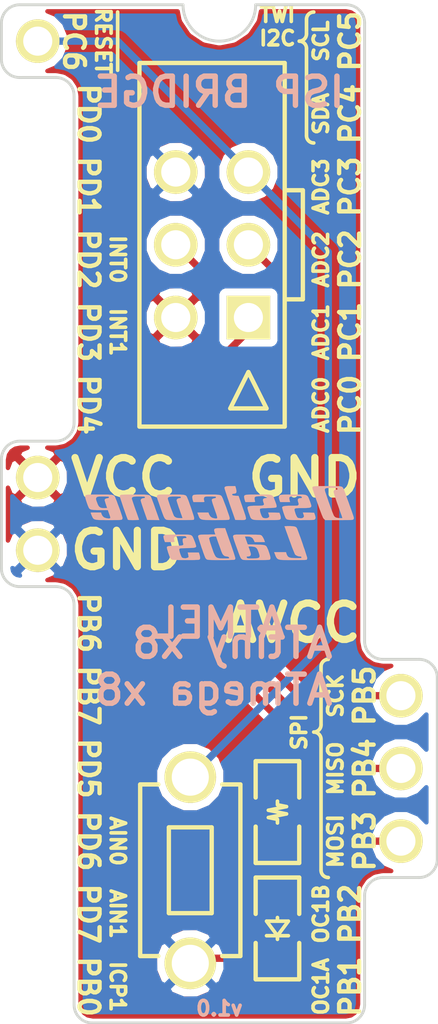
<source format=kicad_pcb>
(kicad_pcb (version 3) (host pcbnew "(2013-07-07 BZR 4022)-stable")

  (general
    (links 11)
    (no_connects 0)
    (area 195.529999 102.204916 210.870001 145.608746)
    (thickness 1.6)
    (drawings 106)
    (tracks 27)
    (zones 0)
    (modules 7)
    (nets 8)
  )

  (page A3)
  (title_block 
    (rev 0.1)
  )

  (layers
    (15 F.Cu signal)
    (0 B.Cu signal)
    (16 B.Adhes user hide)
    (17 F.Adhes user hide)
    (18 B.Paste user hide)
    (19 F.Paste user hide)
    (20 B.SilkS user)
    (21 F.SilkS user)
    (22 B.Mask user)
    (23 F.Mask user)
    (24 Dwgs.User user hide)
    (25 Cmts.User user hide)
    (26 Eco1.User user hide)
    (27 Eco2.User user hide)
    (28 Edge.Cuts user)
  )

  (setup
    (last_trace_width 0.254)
    (trace_clearance 0.253746)
    (zone_clearance 0.1016)
    (zone_45_only no)
    (trace_min 0.254)
    (segment_width 0.127)
    (edge_width 0.1)
    (via_size 0.889)
    (via_drill 0.635)
    (via_min_size 0.889)
    (via_min_drill 0.508)
    (uvia_size 0.508)
    (uvia_drill 0.127)
    (uvias_allowed no)
    (uvia_min_size 0.508)
    (uvia_min_drill 0.127)
    (pcb_text_width 0.3)
    (pcb_text_size 1.5 1.5)
    (mod_edge_width 0.1524)
    (mod_text_size 1 1)
    (mod_text_width 0.15)
    (pad_size 1.524 1.524)
    (pad_drill 1.016)
    (pad_to_mask_clearance 0)
    (aux_axis_origin 195.58 107.95)
    (visible_elements 7FFFFFBF)
    (pcbplotparams
      (layerselection 284196865)
      (usegerberextensions true)
      (excludeedgelayer true)
      (linewidth 0.127000)
      (plotframeref false)
      (viasonmask false)
      (mode 1)
      (useauxorigin true)
      (hpglpennumber 1)
      (hpglpenspeed 20)
      (hpglpendiameter 15)
      (hpglpenoverlay 2)
      (psnegative false)
      (psa4output false)
      (plotreference false)
      (plotvalue false)
      (plotothertext false)
      (plotinvisibletext false)
      (padsonsilk false)
      (subtractmaskfromsilk false)
      (outputformat 1)
      (mirror false)
      (drillshape 0)
      (scaleselection 1)
      (outputdirectory Gerbers/))
  )

  (net 0 "")
  (net 1 GND)
  (net 2 N-000001)
  (net 3 N-000004)
  (net 4 N-000005)
  (net 5 N-000006)
  (net 6 N-000007)
  (net 7 VCC)

  (net_class Default "This is the default net class."
    (clearance 0.253746)
    (trace_width 0.254)
    (via_dia 0.889)
    (via_drill 0.635)
    (uvia_dia 0.508)
    (uvia_drill 0.127)
    (add_net "")
    (add_net GND)
    (add_net N-000001)
    (add_net N-000004)
    (add_net N-000005)
    (add_net N-000006)
    (add_net N-000007)
    (add_net VCC)
  )

  (module ATmegax8   locked (layer F.Cu) (tedit 55922E5A) (tstamp 54EB1F47)
    (at 203.2 125.73)
    (path /54EB1CF1)
    (fp_text reference IC1 (at 0 -19.05) (layer F.SilkS) hide
      (effects (font (size 1 1) (thickness 0.15)))
    )
    (fp_text value ATMEGA328-P (at 0 19.05) (layer F.SilkS) hide
      (effects (font (size 1 1) (thickness 0.15)))
    )
    (pad 7 thru_hole circle (at -6.35 -1.27) (size 1.524 1.524) (drill 1.016)
      (layers *.Cu *.Mask F.SilkS)
      (net 7 VCC)
    )
    (pad 8 thru_hole circle (at -6.35 1.27) (size 1.524 1.524) (drill 1.016)
      (layers *.Cu *.Mask F.SilkS)
      (net 1 GND)
    )
    (pad 1 thru_hole circle (at -6.35 -16.51) (size 1.524 1.524) (drill 1.016)
      (layers *.Cu *.Mask F.SilkS)
      (net 4 N-000005)
    )
    (pad 19 thru_hole circle (at 6.35 6.35) (size 1.524 1.524) (drill 1.016)
      (layers *.Cu *.Mask F.SilkS)
      (net 5 N-000006)
    )
    (pad 18 thru_hole circle (at 6.35 8.89) (size 1.524 1.524) (drill 1.016)
      (layers *.Cu *.Mask F.SilkS)
      (net 6 N-000007)
    )
    (pad 17 thru_hole circle (at 6.35 11.43) (size 1.524 1.524) (drill 1.016)
      (layers *.Cu *.Mask F.SilkS)
      (net 2 N-000001)
    )
  )

  (module ATMEL_ISP_6PIN (layer F.Cu) (tedit 55922E3F) (tstamp 54EB1F3C)
    (at 202.946 116.332 90)
    (descr CONNECTOR)
    (tags CONNECTOR)
    (path /54EB1CA3)
    (attr virtual)
    (fp_text reference J1 (at 0 4.445 90) (layer F.SilkS) hide
      (effects (font (size 1.778 1.778) (thickness 0.0889)))
    )
    (fp_text value ATMEL_ISP_6PIN (at 0 -3.81 90) (layer F.SilkS) hide
      (effects (font (size 1.778 1.778) (thickness 0.0889)))
    )
    (fp_line (start -4.445 1.27) (end -5.715 0.635) (layer F.SilkS) (width 0.1524))
    (fp_line (start -5.715 0.635) (end -5.715 1.905) (layer F.SilkS) (width 0.1524))
    (fp_line (start -5.715 1.905) (end -4.445 1.27) (layer F.SilkS) (width 0.1524))
    (fp_line (start -1.905 2.54) (end -1.905 3.175) (layer F.SilkS) (width 0.1524))
    (fp_line (start -1.905 3.175) (end 1.905 3.175) (layer F.SilkS) (width 0.1524))
    (fp_line (start 1.905 3.175) (end 1.905 2.54) (layer F.SilkS) (width 0.1524))
    (fp_line (start -6.35 -2.54) (end 6.35 -2.54) (layer F.SilkS) (width 0.1524))
    (fp_line (start 6.35 -2.54) (end 6.35 2.54) (layer F.SilkS) (width 0.1524))
    (fp_line (start 6.35 2.54) (end -6.35 2.54) (layer F.SilkS) (width 0.1524))
    (fp_line (start -6.35 2.54) (end -6.35 -2.54) (layer F.SilkS) (width 0.1524))
    (pad 1 thru_hole rect (at -2.54 1.27 90) (size 1.524 1.524) (drill 1.016)
      (layers *.Cu *.Mask F.Paste F.SilkS)
      (net 6 N-000007)
    )
    (pad 2 thru_hole circle (at -2.54 -1.27 90) (size 1.524 1.524) (drill 1.016)
      (layers *.Cu *.Mask F.Paste F.SilkS)
      (net 7 VCC)
    )
    (pad 3 thru_hole circle (at 0 1.27 90) (size 1.524 1.524) (drill 1.016)
      (layers *.Cu *.Mask F.Paste F.SilkS)
      (net 5 N-000006)
    )
    (pad 4 thru_hole circle (at 0 -1.27 90) (size 1.524 1.524) (drill 1.016)
      (layers *.Cu *.Mask F.Paste F.SilkS)
      (net 2 N-000001)
    )
    (pad 5 thru_hole circle (at 2.54 1.27 90) (size 1.524 1.524) (drill 1.016)
      (layers *.Cu *.Mask F.Paste F.SilkS)
      (net 4 N-000005)
    )
    (pad 6 thru_hole circle (at 2.54 -1.27 90) (size 1.524 1.524) (drill 1.016)
      (layers *.Cu *.Mask F.Paste F.SilkS)
      (net 1 GND)
    )
    (model pin_array/pin_1.wrl
      (at (xyz -0.1 -0.05 0))
      (scale (xyz 1 1 1))
      (rotate (xyz 0 0 0))
    )
    (model pin_array/pin_1.wrl
      (at (xyz -0.1 0.05 0))
      (scale (xyz 1 1 1))
      (rotate (xyz 0 0 0))
    )
    (model pin_array/pin_1.wrl
      (at (xyz 0 -0.05 0))
      (scale (xyz 1 1 1))
      (rotate (xyz 0 0 0))
    )
    (model pin_array/pin_1.wrl
      (at (xyz 0 0.05 0))
      (scale (xyz 1 1 1))
      (rotate (xyz 0 0 0))
    )
    (model pin_array/pin_1.wrl
      (at (xyz 0.1 -0.05 0))
      (scale (xyz 1 1 1))
      (rotate (xyz 0 0 0))
    )
    (model pin_array/pin_1.wrl
      (at (xyz 0.1 0.05 0))
      (scale (xyz 1 1 1))
      (rotate (xyz 0 0 0))
    )
  )

  (module Ossicone_Labs_Logo_Giraffe_B.Mask_0.165prop_flipped (layer F.Cu) (tedit 0) (tstamp 54EB24AD)
    (at 203.2 123.698)
    (fp_text reference VAL (at 0 0) (layer F.SilkS) hide
      (effects (font (size 0.381 0.381) (thickness 0.127)))
    )
    (fp_text value REF (at 0 0) (layer F.SilkS) hide
      (effects (font (size 0.381 0.381) (thickness 0.127)))
    )
    (fp_poly (pts (xy 1.77038 2.60096) (xy 1.84912 2.67462) (xy 1.8923 2.7178) (xy 1.9177 2.74828)
      (xy 1.92024 2.7686) (xy 1.92024 2.77114) (xy 1.92024 2.78638) (xy 1.93548 2.794)
      (xy 1.96088 2.794) (xy 1.99644 2.79654) (xy 2.01676 2.8067) (xy 2.01676 2.8067)
      (xy 2.0193 2.82702) (xy 2.01422 2.86512) (xy 2.0066 2.91338) (xy 2.0066 2.91592)
      (xy 1.9939 2.98196) (xy 1.98374 3.05308) (xy 1.97612 3.0988) (xy 1.9685 3.18516)
      (xy 2.14884 3.18516) (xy 2.23012 3.18516) (xy 2.28346 3.18262) (xy 2.31648 3.17754)
      (xy 2.33172 3.17246) (xy 2.33172 3.16738) (xy 2.32664 3.1496) (xy 2.31394 3.1115)
      (xy 2.29362 3.05054) (xy 2.26822 2.97688) (xy 2.23774 2.89052) (xy 2.20218 2.79654)
      (xy 2.20218 2.794) (xy 2.07264 2.4384) (xy 1.96596 2.43332) (xy 1.86182 2.43078)
      (xy 1.8542 2.47142) (xy 1.83896 2.50698) (xy 1.81356 2.54762) (xy 1.80848 2.55524)
      (xy 1.77038 2.60096) (xy 1.77038 2.60096)) (layer B.Mask) (width 0.00254))
    (fp_poly (pts (xy 1.76276 2.9464) (xy 1.77038 2.97434) (xy 1.77292 2.98196) (xy 1.78308 2.9972)
      (xy 1.78816 2.98958) (xy 1.78054 2.9591) (xy 1.77292 2.94894) (xy 1.76276 2.93624)
      (xy 1.76276 2.9464) (xy 1.76276 2.9464)) (layer B.Mask) (width 0.00254))
    (fp_poly (pts (xy 1.75006 2.91338) (xy 1.75006 2.91592) (xy 1.76022 2.91338) (xy 1.76022 2.90576)
      (xy 1.75514 2.89306) (xy 1.75006 2.8956) (xy 1.75006 2.91338) (xy 1.75006 2.91338)) (layer B.Mask) (width 0.00254))
    (fp_poly (pts (xy 1.73482 2.8702) (xy 1.73736 2.87274) (xy 1.74498 2.8702) (xy 1.74752 2.86512)
      (xy 1.74244 2.85242) (xy 1.73736 2.85496) (xy 1.73482 2.8702) (xy 1.73482 2.8702)) (layer B.Mask) (width 0.00254))
    (fp_poly (pts (xy 1.2319 2.55778) (xy 1.2319 2.56286) (xy 1.25222 2.56794) (xy 1.29032 2.57048)
      (xy 1.33604 2.57302) (xy 1.45288 2.58826) (xy 1.5494 2.62382) (xy 1.6256 2.67462)
      (xy 1.68402 2.74574) (xy 1.70688 2.78638) (xy 1.72212 2.81686) (xy 1.72974 2.82956)
      (xy 1.73228 2.82956) (xy 1.7272 2.80924) (xy 1.71958 2.76606) (xy 1.70434 2.71272)
      (xy 1.6891 2.65176) (xy 1.67132 2.58826) (xy 1.65608 2.53238) (xy 1.64338 2.4892)
      (xy 1.63576 2.46888) (xy 1.6256 2.44856) (xy 1.6129 2.43586) (xy 1.58496 2.43078)
      (xy 1.53924 2.43078) (xy 1.53162 2.43078) (xy 1.48082 2.43078) (xy 1.4478 2.4384)
      (xy 1.42748 2.4511) (xy 1.41478 2.4638) (xy 1.3843 2.49174) (xy 1.34112 2.51206)
      (xy 1.3335 2.5146) (xy 1.28778 2.52984) (xy 1.24968 2.54508) (xy 1.2446 2.54762)
      (xy 1.2319 2.55778) (xy 1.2319 2.55778)) (layer B.Mask) (width 0.00254))
    (fp_poly (pts (xy 0.3683 2.43586) (xy 0.37592 2.45872) (xy 0.38862 2.49428) (xy 0.39624 2.52476)
      (xy 0.41148 2.5654) (xy 0.42418 2.5908) (xy 0.4318 2.59588) (xy 0.44958 2.59334)
      (xy 0.4826 2.58572) (xy 0.5207 2.5781) (xy 0.5715 2.57302) (xy 0.60452 2.57302)
      (xy 0.68326 2.57048) (xy 0.68326 2.5019) (xy 0.68326 2.43078) (xy 0.55118 2.43078)
      (xy 0.4953 2.43078) (xy 0.44958 2.4257) (xy 0.42418 2.42062) (xy 0.4191 2.41808)
      (xy 0.40894 2.41046) (xy 0.39116 2.413) (xy 0.37084 2.4257) (xy 0.3683 2.43586)
      (xy 0.3683 2.43586)) (layer B.Mask) (width 0.00254))
    (fp_poly (pts (xy -0.4572 2.44602) (xy -0.45466 2.45364) (xy -0.44958 2.48158) (xy -0.44704 2.52222)
      (xy -0.44704 2.52222) (xy -0.4445 2.55524) (xy -0.4318 2.56794) (xy -0.4064 2.57048)
      (xy -0.37338 2.5654) (xy -0.36322 2.5527) (xy -0.35814 2.52984) (xy -0.3429 2.49428)
      (xy -0.33528 2.48158) (xy -0.30988 2.43078) (xy -0.38608 2.43078) (xy -0.4318 2.43078)
      (xy -0.45212 2.43586) (xy -0.4572 2.44602) (xy -0.4572 2.44602)) (layer B.Mask) (width 0.00254))
    (fp_poly (pts (xy -4.64058 -1.04394) (xy -4.6355 -0.90932) (xy -4.63042 -0.8382) (xy -4.62534 -0.7874)
      (xy -4.61264 -0.74168) (xy -4.59232 -0.6985) (xy -4.59232 -0.69596) (xy -4.52882 -0.59182)
      (xy -4.44754 -0.50546) (xy -4.34848 -0.43688) (xy -4.23164 -0.38862) (xy -4.0894 -0.3556)
      (xy -4.05384 -0.35052) (xy -4.00558 -0.3429) (xy -3.93446 -0.33782) (xy -3.85064 -0.33274)
      (xy -3.75666 -0.32766) (xy -3.66014 -0.32258) (xy -3.6576 -0.32258) (xy -3.37312 -0.30988)
      (xy -3.17754 -0.2413) (xy -3.0988 -0.21336) (xy -3.01752 -0.18796) (xy -2.94386 -0.1651)
      (xy -2.88798 -0.14986) (xy -2.87782 -0.14732) (xy -2.76098 -0.11938) (xy -2.62128 -0.08128)
      (xy -2.45872 -0.03302) (xy -2.26822 0.0254) (xy -2.05486 0.09144) (xy -1.8161 0.17018)
      (xy -1.80086 0.17526) (xy -1.67386 0.2159) (xy -1.54686 0.25654) (xy -1.4224 0.29718)
      (xy -1.30556 0.33528) (xy -1.22174 0.36068) (xy -1.22174 -0.09144) (xy -1.2192 -0.11938)
      (xy -1.20142 -0.13462) (xy -1.16586 -0.1397) (xy -1.12268 -0.13716) (xy -1.0795 -0.127)
      (xy -1.04902 -0.11176) (xy -1.0287 -0.0889) (xy -1.01854 -0.07366) (xy -1.03124 -0.05842)
      (xy -1.05918 -0.0381) (xy -1.09728 -0.02032) (xy -1.13284 -0.00508) (xy -1.15316 0)
      (xy -1.18364 -0.00762) (xy -1.19888 -0.01778) (xy -1.21412 -0.0508) (xy -1.22174 -0.09144)
      (xy -1.22174 0.36068) (xy -1.20396 0.36576) (xy -1.143 0.38354) (xy -1.143 0.14478)
      (xy -1.13538 0.10922) (xy -1.1176 0.08382) (xy -1.07696 0.05842) (xy -1.0414 0.05842)
      (xy -1.00838 0.07874) (xy -0.98552 0.12192) (xy -0.9779 0.1778) (xy -0.98044 0.2159)
      (xy -0.99314 0.23622) (xy -1.01854 0.23368) (xy -1.06172 0.2159) (xy -1.07442 0.21082)
      (xy -1.12268 0.1778) (xy -1.143 0.14478) (xy -1.143 0.38354) (xy -1.1176 0.39116)
      (xy -1.0541 0.40894) (xy -0.93218 0.4445) (xy -0.93218 -0.42418) (xy -0.92964 -0.46228)
      (xy -0.90424 -0.48514) (xy -0.88138 -0.4953) (xy -0.83058 -0.50038) (xy -0.77724 -0.49022)
      (xy -0.7112 -0.46482) (xy -0.635 -0.42164) (xy -0.60198 -0.40132) (xy -0.4826 -0.32512)
      (xy -0.47752 -0.23876) (xy -0.47244 -0.14986) (xy -0.51308 -0.18034) (xy -0.5461 -0.19558)
      (xy -0.5969 -0.2159) (xy -0.65786 -0.23622) (xy -0.68072 -0.24384) (xy -0.762 -0.2667)
      (xy -0.82296 -0.28702) (xy -0.8636 -0.30988) (xy -0.89154 -0.33528) (xy -0.91186 -0.36576)
      (xy -0.9144 -0.37084) (xy -0.93218 -0.42418) (xy -0.93218 0.4445) (xy -0.83058 0.47244)
      (xy -0.77978 0.62992) (xy -0.75438 0.70866) (xy -0.72898 0.80264) (xy -0.70358 0.89916)
      (xy -0.68072 0.98044) (xy -0.635 1.17348) (xy -0.50546 1.17348) (xy -0.37592 1.17348)
      (xy -0.38608 1.14046) (xy -0.381 1.09982) (xy -0.35814 1.05156) (xy -0.33274 1.00584)
      (xy -0.30988 0.95758) (xy -0.3048 0.94742) (xy -0.28956 0.9144) (xy -0.2794 0.9017)
      (xy -0.2794 0.50038) (xy -0.27686 0.46482) (xy -0.26924 0.44958) (xy -0.25146 0.4572)
      (xy -0.2286 0.48514) (xy -0.22352 0.49276) (xy -0.1905 0.56388) (xy -0.17526 0.635)
      (xy -0.17526 0.68326) (xy -0.18542 0.71374) (xy -0.19304 0.71882) (xy -0.20574 0.70866)
      (xy -0.21844 0.6858) (xy -0.23876 0.6477) (xy -0.25146 0.61214) (xy -0.26924 0.54864)
      (xy -0.2794 0.50038) (xy -0.2794 0.9017) (xy -0.27178 0.89408) (xy -0.2667 0.89408)
      (xy -0.24638 0.90424) (xy -0.2159 0.9271) (xy -0.20066 0.94488) (xy -0.1524 0.99568)
      (xy -0.11684 0.96266) (xy -0.08128 0.91948) (xy -0.05334 0.86614) (xy -0.04318 0.81788)
      (xy -0.04318 0.8128) (xy -0.03302 0.7874) (xy -0.00762 0.75438) (xy 0.00762 0.7366)
      (xy 0.03556 0.70612) (xy 0.0508 0.67818) (xy 0.05588 0.64262) (xy 0.05588 0.60452)
      (xy 0.04318 0.51562) (xy 0.00762 0.4191) (xy -0.04826 0.32766) (xy -0.12192 0.23876)
      (xy -0.12446 0.23876) (xy -0.16256 0.19812) (xy -0.18542 0.17018) (xy -0.19558 0.14986)
      (xy -0.19304 0.13462) (xy -0.18542 0.12446) (xy -0.17018 0.07366) (xy -0.17018 0.01016)
      (xy -0.18288 -0.05334) (xy -0.19558 -0.08128) (xy -0.21844 -0.11938) (xy -0.25146 -0.1651)
      (xy -0.28956 -0.20828) (xy -0.35814 -0.28448) (xy -0.33274 -0.33274) (xy -0.30988 -0.4064)
      (xy -0.3048 -0.48514) (xy -0.32004 -0.56388) (xy -0.35052 -0.63754) (xy -0.3937 -0.70104)
      (xy -0.44958 -0.7493) (xy -0.51054 -0.77724) (xy -0.51308 -0.77724) (xy -0.5715 -0.7747)
      (xy -0.63246 -0.75438) (xy -0.6858 -0.71628) (xy -0.7239 -0.67056) (xy -0.72898 -0.65278)
      (xy -0.74422 -0.65024) (xy -0.77216 -0.67056) (xy -0.79502 -0.68834) (xy -0.83566 -0.72136)
      (xy -0.87122 -0.7366) (xy -0.90678 -0.73914) (xy -0.96266 -0.73406) (xy -1.00584 -0.71882)
      (xy -1.0287 -0.6985) (xy -1.03378 -0.6858) (xy -1.0287 -0.6604) (xy -1.01854 -0.61976)
      (xy -1.00838 -0.59436) (xy -0.98552 -0.52832) (xy -1.03378 -0.48514) (xy -1.11252 -0.4318)
      (xy -1.1938 -0.39624) (xy -1.27254 -0.37846) (xy -1.34366 -0.38608) (xy -1.36144 -0.39116)
      (xy -1.38938 -0.39624) (xy -1.40716 -0.38354) (xy -1.4097 -0.37846) (xy -1.4224 -0.3302)
      (xy -1.4224 -0.27432) (xy -1.40462 -0.22098) (xy -1.40462 -0.21844) (xy -1.38938 -0.1905)
      (xy -1.3843 -0.17272) (xy -1.3843 -0.17272) (xy -1.39446 -0.17018) (xy -1.43002 -0.17272)
      (xy -1.47828 -0.17526) (xy -1.4986 -0.17526) (xy -1.60528 -0.17526) (xy -1.69164 -0.15748)
      (xy -1.75768 -0.12192) (xy -1.8034 -0.06604) (xy -1.8161 -0.03556) (xy -1.8288 -0.00254)
      (xy -1.84912 0.01016) (xy -1.8796 0.01016) (xy -1.92786 -0.00254) (xy -1.9685 -0.02032)
      (xy -1.98882 -0.04572) (xy -1.99136 -0.05334) (xy -2.00152 -0.0889) (xy -2.0193 -0.13462)
      (xy -2.02692 -0.14986) (xy -2.04724 -0.18542) (xy -2.06502 -0.2032) (xy -2.0955 -0.20828)
      (xy -2.11328 -0.21082) (xy -2.1463 -0.21082) (xy -2.1717 -0.22098) (xy -2.19964 -0.2413)
      (xy -2.2352 -0.2794) (xy -2.24282 -0.28702) (xy -2.28346 -0.32766) (xy -2.3114 -0.35052)
      (xy -2.33934 -0.36068) (xy -2.36474 -0.36322) (xy -2.4003 -0.36068) (xy -2.413 -0.35052)
      (xy -2.41554 -0.33274) (xy -2.40792 -0.29464) (xy -2.39776 -0.2667) (xy -2.38506 -0.2286)
      (xy -2.39268 -0.2032) (xy -2.41554 -0.19558) (xy -2.4384 -0.20066) (xy -2.48158 -0.21082)
      (xy -2.5273 -0.22606) (xy -2.5908 -0.24384) (xy -2.66446 -0.25908) (xy -2.72542 -0.27178)
      (xy -2.82956 -0.28702) (xy -2.8448 -0.3556) (xy -2.85496 -0.39878) (xy -2.86766 -0.4191)
      (xy -2.89052 -0.4318) (xy -2.90068 -0.43434) (xy -2.94386 -0.44958) (xy -2.9845 -0.47244)
      (xy -2.98704 -0.47244) (xy -3.02768 -0.49784) (xy -3.06324 -0.50038) (xy -3.0988 -0.48006)
      (xy -3.13182 -0.4445) (xy -3.18008 -0.38608) (xy -3.31978 -0.40894) (xy -3.3782 -0.4191)
      (xy -3.45948 -0.42672) (xy -3.55092 -0.43434) (xy -3.64998 -0.44196) (xy -3.73634 -0.44704)
      (xy -3.83032 -0.45212) (xy -3.91922 -0.45974) (xy -3.99796 -0.46736) (xy -4.06146 -0.47498)
      (xy -4.10464 -0.4826) (xy -4.10464 -0.4826) (xy -4.15798 -0.49784) (xy -4.21386 -0.51562)
      (xy -4.2672 -0.53848) (xy -4.31038 -0.5588) (xy -4.33832 -0.57658) (xy -4.34594 -0.58674)
      (xy -4.3307 -0.59944) (xy -4.2926 -0.61468) (xy -4.23418 -0.62484) (xy -4.15798 -0.62992)
      (xy -4.06654 -0.63246) (xy -4.01574 -0.635) (xy -3.8862 -0.62992) (xy -3.76936 -0.61468)
      (xy -3.65252 -0.58928) (xy -3.5306 -0.55118) (xy -3.42392 -0.51054) (xy -3.36296 -0.48514)
      (xy -3.31978 -0.47244) (xy -3.29438 -0.46736) (xy -3.27914 -0.47244) (xy -3.2766 -0.47498)
      (xy -3.25628 -0.50546) (xy -3.2639 -0.53848) (xy -3.29692 -0.57912) (xy -3.35534 -0.61976)
      (xy -3.41122 -0.65024) (xy -3.45948 -0.67056) (xy -3.51282 -0.68834) (xy -3.57632 -0.70104)
      (xy -3.65506 -0.71374) (xy -3.75158 -0.72136) (xy -3.86842 -0.72644) (xy -4.00812 -0.73152)
      (xy -4.0513 -0.73152) (xy -4.15036 -0.73406) (xy -4.23926 -0.7366) (xy -4.318 -0.73914)
      (xy -4.37896 -0.74422) (xy -4.42214 -0.74676) (xy -4.43738 -0.7493) (xy -4.4577 -0.76708)
      (xy -4.48056 -0.80518) (xy -4.50088 -0.85598) (xy -4.51612 -0.9144) (xy -4.52628 -0.96774)
      (xy -4.52628 -0.98806) (xy -4.52374 -1.02616) (xy -4.51358 -1.04648) (xy -4.48564 -1.05918)
      (xy -4.4831 -1.05918) (xy -4.42468 -1.07188) (xy -4.34594 -1.07442) (xy -4.25704 -1.06934)
      (xy -4.16052 -1.0541) (xy -4.15798 -1.0541) (xy -4.03352 -1.03886) (xy -3.92938 -1.03886)
      (xy -3.84556 -1.0541) (xy -3.78206 -1.08966) (xy -3.74904 -1.12522) (xy -3.7338 -1.15316)
      (xy -3.7338 -1.1684) (xy -3.75412 -1.18872) (xy -3.75666 -1.18872) (xy -3.79222 -1.20904)
      (xy -3.84556 -1.21412) (xy -3.91668 -1.20904) (xy -4.00812 -1.1938) (xy -4.01066 -1.19126)
      (xy -4.07416 -1.1811) (xy -4.13512 -1.17856) (xy -4.18084 -1.1811) (xy -4.21132 -1.19126)
      (xy -4.21894 -1.20142) (xy -4.20624 -1.21666) (xy -4.17576 -1.2446) (xy -4.13004 -1.27762)
      (xy -4.07416 -1.31572) (xy -4.01066 -1.35128) (xy -3.94716 -1.38938) (xy -3.89128 -1.41732)
      (xy -3.75412 -1.47828) (xy -3.59156 -1.5367) (xy -3.4036 -1.59258) (xy -3.19532 -1.64592)
      (xy -3.19278 -1.64846) (xy -3.00482 -1.69418) (xy -2.8448 -1.73228) (xy -2.7051 -1.76784)
      (xy -2.58572 -1.79832) (xy -2.48412 -1.82372) (xy -2.39776 -1.84658) (xy -2.3241 -1.86944)
      (xy -2.2606 -1.88722) (xy -2.20472 -1.90754) (xy -2.15392 -1.92532) (xy -2.10566 -1.9431)
      (xy -2.05994 -1.96342) (xy -2.01168 -1.98628) (xy -1.97358 -2.00406) (xy -1.87706 -2.05232)
      (xy -1.79832 -2.0955) (xy -1.73228 -2.13868) (xy -1.66878 -2.18948) (xy -1.60274 -2.2479)
      (xy -1.58242 -2.26822) (xy -1.48082 -2.36474) (xy -1.3589 -2.37744) (xy -1.30302 -2.37998)
      (xy -1.22682 -2.38506) (xy -1.13792 -2.38506) (xy -1.13284 -2.3876) (xy -1.13284 -2.53492)
      (xy -1.13284 -2.53492) (xy -1.12776 -2.55016) (xy -1.11506 -2.58064) (xy -1.10744 -2.61366)
      (xy -1.10236 -2.67208) (xy -1.09982 -2.76098) (xy -1.09728 -2.87528) (xy -1.09728 -2.89814)
      (xy -1.09728 -2.99466) (xy -1.09474 -3.06832) (xy -1.0922 -3.1242) (xy -1.08966 -3.16484)
      (xy -1.08458 -3.19278) (xy -1.07696 -3.21818) (xy -1.0668 -3.24104) (xy -1.03124 -3.302)
      (xy -0.9906 -3.34264) (xy -0.93218 -3.36804) (xy -0.91186 -3.37312) (xy -0.86868 -3.38328)
      (xy -0.84328 -3.38328) (xy -0.82296 -3.37312) (xy -0.82042 -3.36804) (xy -0.8001 -3.33502)
      (xy -0.79756 -3.28676) (xy -0.81026 -3.23088) (xy -0.83566 -3.17754) (xy -0.84836 -3.1623)
      (xy -0.86614 -3.1369) (xy -0.87884 -3.11404) (xy -0.88646 -3.0861) (xy -0.89154 -3.048)
      (xy -0.89662 -2.98958) (xy -0.89916 -2.94132) (xy -0.90424 -2.86512) (xy -0.91186 -2.794)
      (xy -0.92202 -2.7305) (xy -0.92964 -2.69748) (xy -0.95758 -2.6289) (xy -0.99822 -2.57556)
      (xy -1.04394 -2.54) (xy -1.08966 -2.5273) (xy -1.1176 -2.52984) (xy -1.13284 -2.53492)
      (xy -1.13284 -2.3876) (xy -1.04394 -2.3876) (xy -0.98552 -2.3876) (xy -0.7366 -2.38506)
      (xy -0.69596 -2.45364) (xy -0.67818 -2.4892) (xy -0.65278 -2.54254) (xy -0.61976 -2.61366)
      (xy -0.5842 -2.6924) (xy -0.55118 -2.77368) (xy -0.49784 -2.89306) (xy -0.45466 -2.98958)
      (xy -0.4191 -3.07086) (xy -0.38608 -3.13436) (xy -0.3556 -3.1877) (xy -0.32766 -3.23596)
      (xy -0.29718 -3.27914) (xy -0.28448 -3.29438) (xy -0.2413 -3.35026) (xy -0.19558 -3.39852)
      (xy -0.14986 -3.43916) (xy -0.11176 -3.4671) (xy -0.08128 -3.4798) (xy -0.06858 -3.47472)
      (xy -0.05588 -3.43154) (xy -0.0635 -3.3782) (xy -0.09144 -3.31724) (xy -0.13462 -3.25882)
      (xy -0.18034 -3.21056) (xy -0.21844 -3.17754) (xy -0.23876 -3.15214) (xy -0.24892 -3.12674)
      (xy -0.25146 -3.09118) (xy -0.25146 -3.07594) (xy -0.25908 -2.99212) (xy -0.28702 -2.89814)
      (xy -0.33528 -2.78892) (xy -0.38608 -2.6924) (xy -0.43688 -2.59588) (xy -0.47498 -2.5146)
      (xy -0.4953 -2.44856) (xy -0.50292 -2.39268) (xy -0.49784 -2.34188) (xy -0.49022 -2.3114)
      (xy -0.48006 -2.29362) (xy -0.4699 -2.28346) (xy -0.44958 -2.28092) (xy -0.41148 -2.28092)
      (xy -0.36576 -2.286) (xy -0.30988 -2.28854) (xy -0.27178 -2.28854) (xy -0.24892 -2.28092)
      (xy -0.22606 -2.26822) (xy -0.22352 -2.26568) (xy -0.20066 -2.23774) (xy -0.20574 -2.20726)
      (xy -0.23622 -2.18186) (xy -0.25908 -2.1717) (xy -0.28956 -2.16154) (xy -0.3175 -2.159)
      (xy -0.3556 -2.16154) (xy -0.39878 -2.1717) (xy -0.47498 -2.18694) (xy -0.5334 -2.19202)
      (xy -0.5715 -2.18948) (xy -0.58674 -2.17678) (xy -0.58674 -2.17424) (xy -0.57404 -2.14376)
      (xy -0.53848 -2.12852) (xy -0.49276 -2.12344) (xy -0.45212 -2.11836) (xy -0.43434 -2.1082)
      (xy -0.4318 -2.10566) (xy -0.43942 -2.08534) (xy -0.45974 -2.05232) (xy -0.48768 -2.00914)
      (xy -0.49022 -2.0066) (xy -0.51562 -1.96342) (xy -0.53594 -1.92786) (xy -0.5461 -1.90754)
      (xy -0.5461 -1.905) (xy -0.5334 -1.89992) (xy -0.50292 -1.90754) (xy -0.44704 -1.9304)
      (xy -0.43688 -1.93294) (xy -0.37084 -1.96088) (xy -0.29972 -1.99136) (xy -0.23876 -2.01676)
      (xy -0.23622 -2.01676) (xy -0.1016 -2.08026) (xy 0.01016 -2.14884) (xy 0.09906 -2.2225)
      (xy 0.14986 -2.28092) (xy 0.21844 -2.3622) (xy 0.27178 -2.4257) (xy 0.31496 -2.47142)
      (xy 0.35306 -2.50444) (xy 0.38608 -2.52476) (xy 0.4191 -2.53746) (xy 0.43434 -2.54254)
      (xy 0.4826 -2.55016) (xy 0.5461 -2.55524) (xy 0.61214 -2.55778) (xy 0.61976 -2.55778)
      (xy 0.67564 -2.55778) (xy 0.72136 -2.56286) (xy 0.76708 -2.57556) (xy 0.81534 -2.59334)
      (xy 0.8763 -2.62382) (xy 0.9525 -2.66446) (xy 0.9652 -2.66954) (xy 1.07188 -2.72288)
      (xy 1.17602 -2.76352) (xy 1.27254 -2.78638) (xy 1.35636 -2.794) (xy 1.4224 -2.78384)
      (xy 1.43002 -2.7813) (xy 1.44018 -2.77368) (xy 1.4351 -2.76352) (xy 1.4097 -2.7432)
      (xy 1.36652 -2.71526) (xy 1.3462 -2.70256) (xy 1.15316 -2.5908) (xy 0.94742 -2.4892)
      (xy 0.74422 -2.39522) (xy 0.5461 -2.31902) (xy 0.42418 -2.27838) (xy 0.36576 -2.25806)
      (xy 0.32004 -2.24028) (xy 0.28956 -2.22504) (xy 0.28448 -2.21742) (xy 0.28194 -2.17932)
      (xy 0.26924 -2.1463) (xy 0.24638 -2.1082) (xy 0.20828 -2.05994) (xy 0.19558 -2.04724)
      (xy 0.15748 -2.00406) (xy 0.12954 -1.96596) (xy 0.1143 -1.94056) (xy 0.11176 -1.93548)
      (xy 0.10414 -1.90754) (xy 0.08128 -1.89992) (xy 0.04572 -1.91516) (xy 0.0381 -1.92278)
      (xy 0.00762 -1.9431) (xy -0.01778 -1.9558) (xy -0.02032 -1.9558) (xy -0.04572 -1.9431)
      (xy -0.07112 -1.91516) (xy -0.09144 -1.87706) (xy -0.09652 -1.84404) (xy -0.08636 -1.80848)
      (xy -0.05842 -1.79324) (xy -0.00762 -1.79578) (xy 0.00508 -1.80086) (xy 0.04064 -1.80594)
      (xy 0.06096 -1.80594) (xy 0.06096 -1.80594) (xy 0.06604 -1.78816) (xy 0.06858 -1.7526)
      (xy 0.07112 -1.73482) (xy 0.07112 -1.67132) (xy 0.15748 -1.68148) (xy 0.21082 -1.6891)
      (xy 0.27686 -1.70434) (xy 0.35052 -1.72212) (xy 0.38354 -1.73228) (xy 0.49022 -1.76022)
      (xy 0.57404 -1.778) (xy 0.64516 -1.78308) (xy 0.70612 -1.77546) (xy 0.74422 -1.76276)
      (xy 0.8128 -1.7399) (xy 0.94488 -1.86944) (xy 1.00838 -1.93548) (xy 1.05664 -1.98882)
      (xy 1.08712 -2.02946) (xy 1.10744 -2.06756) (xy 1.11506 -2.10566) (xy 1.1176 -2.1463)
      (xy 1.11506 -2.15392) (xy 1.11506 -2.1971) (xy 1.12268 -2.2225) (xy 1.14046 -2.24028)
      (xy 1.14554 -2.24536) (xy 1.18872 -2.27838) (xy 1.2065 -2.3114) (xy 1.20904 -2.35204)
      (xy 1.2065 -2.35712) (xy 1.2065 -2.39014) (xy 1.21666 -2.40284) (xy 1.2446 -2.39014)
      (xy 1.26746 -2.3749) (xy 1.30556 -2.35458) (xy 1.34366 -2.34696) (xy 1.3716 -2.35458)
      (xy 1.37668 -2.3622) (xy 1.38176 -2.38252) (xy 1.38684 -2.42316) (xy 1.38938 -2.46634)
      (xy 1.39192 -2.5146) (xy 1.39954 -2.5527) (xy 1.40462 -2.57048) (xy 1.42494 -2.58064)
      (xy 1.46558 -2.5908) (xy 1.49606 -2.59842) (xy 1.53924 -2.60858) (xy 1.57226 -2.61874)
      (xy 1.58242 -2.62636) (xy 1.59258 -2.65176) (xy 1.57988 -2.68478) (xy 1.55448 -2.71526)
      (xy 1.5367 -2.72796) (xy 1.50368 -2.7559) (xy 1.4986 -2.77876) (xy 1.51638 -2.794)
      (xy 1.53416 -2.80162) (xy 1.57734 -2.80162) (xy 1.6256 -2.78892) (xy 1.67132 -2.7686)
      (xy 1.7018 -2.7432) (xy 1.70434 -2.73812) (xy 1.71196 -2.71018) (xy 1.71704 -2.667)
      (xy 1.71958 -2.61366) (xy 1.71704 -2.56032) (xy 1.71196 -2.5273) (xy 1.69926 -2.5019)
      (xy 1.6764 -2.47396) (xy 1.67386 -2.47142) (xy 1.62814 -2.41554) (xy 1.57988 -2.35458)
      (xy 1.52908 -2.28092) (xy 1.4732 -2.19202) (xy 1.4097 -2.08026) (xy 1.3462 -1.97104)
      (xy 1.29032 -1.8796) (xy 1.24206 -1.80594) (xy 1.19634 -1.74244) (xy 1.15062 -1.6891)
      (xy 1.09982 -1.64084) (xy 1.08204 -1.62306) (xy 1.02616 -1.5748) (xy 0.97536 -1.53924)
      (xy 0.92202 -1.51638) (xy 0.8636 -1.50368) (xy 0.79248 -1.4986) (xy 0.70104 -1.50114)
      (xy 0.64262 -1.50368) (xy 0.50038 -1.5113) (xy 0.38354 -1.51384) (xy 0.28702 -1.51384)
      (xy 0.20828 -1.50622) (xy 0.14478 -1.49606) (xy 0.09652 -1.47828) (xy 0.05588 -1.45288)
      (xy 0.0508 -1.4478) (xy 0.02286 -1.4224) (xy 0.01778 -1.397) (xy 0.02032 -1.38684)
      (xy 0.04572 -1.34112) (xy 0.0889 -1.30048) (xy 0.1397 -1.27) (xy 0.16764 -1.26238)
      (xy 0.1905 -1.2573) (xy 0.21082 -1.24714) (xy 0.2286 -1.22682) (xy 0.24892 -1.19126)
      (xy 0.27686 -1.13792) (xy 0.30988 -1.06934) (xy 0.32766 -1.02362) (xy 0.33274 -0.99314)
      (xy 0.32512 -0.97282) (xy 0.3048 -0.96012) (xy 0.2921 -0.95758) (xy 0.23876 -0.9271)
      (xy 0.20574 -0.88138) (xy 0.1905 -0.8128) (xy 0.18796 -0.77978) (xy 0.18796 -0.73406)
      (xy 0.18542 -0.7112) (xy 0.17526 -0.70104) (xy 0.15748 -0.70358) (xy 0.15494 -0.70358)
      (xy 0.11938 -0.70612) (xy 0.09906 -0.6985) (xy 0.08636 -0.6731) (xy 0.08382 -0.63246)
      (xy 0.09398 -0.5715) (xy 0.10668 -0.50546) (xy 0.13716 -0.39116) (xy 0.18542 -0.28702)
      (xy 0.2413 -0.19812) (xy 0.2667 -0.17018) (xy 0.31242 -0.12446) (xy 0.3429 -0.09906)
      (xy 0.3683 -0.09652) (xy 0.3937 -0.11176) (xy 0.42164 -0.14986) (xy 0.4318 -0.16764)
      (xy 0.47752 -0.25146) (xy 0.50038 -0.33274) (xy 0.50038 -0.4064) (xy 0.50038 -0.41148)
      (xy 0.50038 -0.43688) (xy 0.51308 -0.45466) (xy 0.54864 -0.47752) (xy 0.55118 -0.4826)
      (xy 0.63246 -0.5461) (xy 0.66294 -0.5842) (xy 0.66294 -1.19888) (xy 0.66548 -1.23444)
      (xy 0.67056 -1.24714) (xy 0.69342 -1.27762) (xy 0.72644 -1.28778) (xy 0.76708 -1.27254)
      (xy 0.80264 -1.24206) (xy 0.8255 -1.20904) (xy 0.8382 -1.1811) (xy 0.8382 -1.17602)
      (xy 0.83058 -1.15316) (xy 0.81534 -1.1303) (xy 0.79756 -1.11506) (xy 0.78232 -1.11506)
      (xy 0.76708 -1.12776) (xy 0.73406 -1.14554) (xy 0.7239 -1.15062) (xy 0.68072 -1.17348)
      (xy 0.66294 -1.19888) (xy 0.66294 -0.5842) (xy 0.69596 -0.62992) (xy 0.71628 -0.66802)
      (xy 0.73406 -0.70358) (xy 0.75184 -0.72136) (xy 0.77978 -0.72644) (xy 0.80518 -0.72644)
      (xy 0.86868 -0.73152) (xy 0.90932 -0.75184) (xy 0.92202 -0.77978) (xy 0.91186 -0.82296)
      (xy 0.87376 -0.8763) (xy 0.8509 -0.89916) (xy 0.81026 -0.94742) (xy 0.78994 -0.98298)
      (xy 0.78232 -1.01346) (xy 0.78486 -1.03124) (xy 0.78994 -1.03632) (xy 0.80264 -1.03124)
      (xy 0.8255 -1.00838) (xy 0.8636 -0.97028) (xy 0.88646 -0.94742) (xy 0.93726 -0.89154)
      (xy 0.98298 -0.82804) (xy 1.02616 -0.75946) (xy 1.0668 -0.68072) (xy 1.10998 -0.5842)
      (xy 1.15316 -0.47244) (xy 1.20396 -0.33528) (xy 1.2192 -0.28702) (xy 1.3208 0.00762)
      (xy 1.2954 0.0508) (xy 1.28016 0.09652) (xy 1.27 0.15748) (xy 1.26746 0.22606)
      (xy 1.27254 0.29464) (xy 1.27762 0.3175) (xy 1.28778 0.34798) (xy 1.3081 0.36068)
      (xy 1.33858 0.36576) (xy 1.36398 0.3683) (xy 1.38176 0.37846) (xy 1.39192 0.39878)
      (xy 1.40462 0.43434) (xy 1.41478 0.46736) (xy 1.42748 0.51054) (xy 1.44526 0.57404)
      (xy 1.47066 0.65278) (xy 1.50114 0.74168) (xy 1.53162 0.83566) (xy 1.54178 0.86614)
      (xy 1.64084 1.16586) (xy 1.75006 1.17602) (xy 1.81864 1.18618) (xy 1.8796 1.20142)
      (xy 1.91262 1.21412) (xy 1.94818 1.2319) (xy 1.9685 1.24206) (xy 1.97358 1.24206)
      (xy 1.98628 1.23698) (xy 2.01422 1.2192) (xy 2.02692 1.21412) (xy 2.0701 1.19634)
      (xy 2.12344 1.1811) (xy 2.1463 1.17602) (xy 2.21996 1.16586) (xy 2.17932 1.04902)
      (xy 2.159 0.98552) (xy 2.13614 0.92202) (xy 2.11328 0.8763) (xy 2.11074 0.86614)
      (xy 2.0955 0.83566) (xy 2.08534 0.80518) (xy 2.08026 0.76708) (xy 2.07518 0.71628)
      (xy 2.07518 0.64516) (xy 2.07264 0.6223) (xy 2.0701 0.54102) (xy 2.06502 0.46482)
      (xy 2.0574 0.39116) (xy 2.0447 0.3175) (xy 2.02438 0.23368) (xy 1.99898 0.14224)
      (xy 1.96596 0.03302) (xy 1.92532 -0.09652) (xy 1.90754 -0.1524) (xy 1.85674 -0.30988)
      (xy 1.8161 -0.4445) (xy 1.78308 -0.5588) (xy 1.75768 -0.6604) (xy 1.7399 -0.7493)
      (xy 1.72466 -0.83058) (xy 1.71704 -0.8763) (xy 1.69672 -0.9144) (xy 1.6637 -0.95758)
      (xy 1.64846 -0.97282) (xy 1.59258 -1.04902) (xy 1.54432 -1.143) (xy 1.5367 -1.16078)
      (xy 1.49352 -1.26746) (xy 1.45288 -1.35128) (xy 1.41478 -1.41732) (xy 1.37922 -1.46812)
      (xy 1.35128 -1.49606) (xy 1.2954 -1.55194) (xy 1.31064 -1.6383) (xy 1.32842 -1.70434)
      (xy 1.35636 -1.77292) (xy 1.39446 -1.84404) (xy 1.44526 -1.92278) (xy 1.51384 -2.01168)
      (xy 1.55956 -2.0701) (xy 1.63576 -2.16408) (xy 1.69418 -2.24282) (xy 1.7399 -2.30886)
      (xy 1.77546 -2.36474) (xy 1.8034 -2.41554) (xy 1.82372 -2.46634) (xy 1.8288 -2.48412)
      (xy 1.8542 -2.58318) (xy 1.8542 -2.667) (xy 1.83642 -2.73812) (xy 1.8288 -2.75082)
      (xy 1.80594 -2.78638) (xy 1.78054 -2.81178) (xy 1.75006 -2.83718) (xy 1.7018 -2.86258)
      (xy 1.6637 -2.88036) (xy 1.60782 -2.90576) (xy 1.55702 -2.921) (xy 1.4986 -2.92862)
      (xy 1.45288 -2.93116) (xy 1.41732 -2.9337) (xy 1.3843 -2.9337) (xy 1.35382 -2.93116)
      (xy 1.31826 -2.92354) (xy 1.27508 -2.91338) (xy 1.22174 -2.89814) (xy 1.15316 -2.87782)
      (xy 1.06426 -2.84734) (xy 0.99314 -2.82448) (xy 0.89154 -2.79146) (xy 0.79248 -2.76098)
      (xy 0.6985 -2.73304) (xy 0.61722 -2.71018) (xy 0.55372 -2.69494) (xy 0.52324 -2.68732)
      (xy 0.43434 -2.66954) (xy 0.36068 -2.6416) (xy 0.29464 -2.60604) (xy 0.2286 -2.55524)
      (xy 0.15748 -2.48666) (xy 0.14986 -2.4765) (xy 0.03556 -2.35712) (xy -0.0635 -2.36474)
      (xy -0.14224 -2.3749) (xy -0.2032 -2.39268) (xy -0.22352 -2.40538) (xy -0.28702 -2.4384)
      (xy -0.28448 -2.51968) (xy -0.27432 -2.59588) (xy -0.24638 -2.67462) (xy -0.20066 -2.76098)
      (xy -0.13462 -2.8575) (xy -0.06096 -2.95148) (xy 0.0254 -3.0607) (xy 0.0889 -3.15468)
      (xy 0.12954 -3.2385) (xy 0.1524 -3.3147) (xy 0.15494 -3.38836) (xy 0.13462 -3.45694)
      (xy 0.09906 -3.5306) (xy 0.0508 -3.59664) (xy 0.0254 -3.62712) (xy 0.00254 -3.64236)
      (xy -0.02794 -3.6449) (xy -0.06096 -3.64236) (xy -0.1397 -3.62458) (xy -0.21336 -3.59156)
      (xy -0.2794 -3.54076) (xy -0.3429 -3.46964) (xy -0.40386 -3.3782) (xy -0.46228 -3.2639)
      (xy -0.52324 -3.12166) (xy -0.53086 -3.10388) (xy -0.5715 -3.0099) (xy -0.61976 -2.92354)
      (xy -0.67056 -2.84988) (xy -0.71628 -2.79654) (xy -0.71882 -2.794) (xy -0.74422 -2.77368)
      (xy -0.75184 -2.77114) (xy -0.7493 -2.78638) (xy -0.7493 -2.78638) (xy -0.71882 -2.91084)
      (xy -0.70104 -3.04038) (xy -0.69596 -3.12928) (xy -0.70358 -3.2385) (xy -0.72644 -3.32232)
      (xy -0.76708 -3.38836) (xy -0.8255 -3.429) (xy -0.90424 -3.45186) (xy -1.00076 -3.4544)
      (xy -1.0795 -3.44678) (xy -1.12014 -3.43662) (xy -1.14808 -3.42138) (xy -1.17094 -3.3909)
      (xy -1.18364 -3.37058) (xy -1.20142 -3.33502) (xy -1.21412 -3.302) (xy -1.2192 -3.2639)
      (xy -1.22174 -3.20802) (xy -1.22174 -3.18008) (xy -1.2192 -3.11404) (xy -1.21666 -3.03276)
      (xy -1.21412 -2.94386) (xy -1.20904 -2.86258) (xy -1.2065 -2.78384) (xy -1.20396 -2.72796)
      (xy -1.2065 -2.68478) (xy -1.20904 -2.65176) (xy -1.2192 -2.62128) (xy -1.22428 -2.60604)
      (xy -1.23952 -2.5654) (xy -1.2573 -2.54254) (xy -1.2827 -2.52984) (xy -1.32588 -2.5146)
      (xy -1.3335 -2.51206) (xy -1.41478 -2.4892) (xy -1.49098 -2.46126) (xy -1.56718 -2.4257)
      (xy -1.64592 -2.37998) (xy -1.73482 -2.3241) (xy -1.83642 -2.25552) (xy -1.93548 -2.1844)
      (xy -2.03962 -2.11328) (xy -2.13614 -2.04978) (xy -2.22758 -1.9939) (xy -2.32156 -1.94818)
      (xy -2.41808 -1.90754) (xy -2.52222 -1.86944) (xy -2.6416 -1.83642) (xy -2.77368 -1.80594)
      (xy -2.92354 -1.77292) (xy -3.0988 -1.7399) (xy -3.14706 -1.73228) (xy -3.30962 -1.7018)
      (xy -3.44678 -1.6764) (xy -3.56616 -1.64846) (xy -3.66522 -1.6256) (xy -3.75158 -1.59766)
      (xy -3.83032 -1.57226) (xy -3.85318 -1.5621) (xy -3.91668 -1.5367) (xy -3.9751 -1.50876)
      (xy -4.03606 -1.4732) (xy -4.10464 -1.43002) (xy -4.18084 -1.37922) (xy -4.27482 -1.31064)
      (xy -4.33832 -1.26492) (xy -4.4069 -1.21412) (xy -4.47294 -1.16586) (xy -4.52882 -1.12268)
      (xy -4.572 -1.0922) (xy -4.59486 -1.07696) (xy -4.64058 -1.04394) (xy -4.64058 -1.04394)) (layer B.Mask) (width 0.00254))
    (fp_poly (pts (xy 0.57658 0.57658) (xy 0.57912 0.61214) (xy 0.58928 0.66294) (xy 0.60452 0.7366)
      (xy 0.6096 0.77216) (xy 0.6223 0.82804) (xy 0.635 0.86106) (xy 0.6477 0.8763)
      (xy 0.6604 0.88392) (xy 0.67564 0.889) (xy 0.69088 0.90932) (xy 0.70866 0.94488)
      (xy 0.72898 1.0033) (xy 0.7366 1.02616) (xy 0.75438 1.08712) (xy 0.76962 1.14046)
      (xy 0.77978 1.17602) (xy 0.78232 1.19126) (xy 0.78486 1.20904) (xy 0.8001 1.21412)
      (xy 0.83312 1.20142) (xy 0.86106 1.1811) (xy 0.87122 1.16586) (xy 0.88392 1.15062)
      (xy 0.91186 1.14808) (xy 0.9271 1.15062) (xy 0.96012 1.1557) (xy 0.9779 1.14554)
      (xy 0.99568 1.1176) (xy 1.00076 1.10998) (xy 1.0414 1.06172) (xy 1.10236 1.016)
      (xy 1.143 0.99822) (xy 1.14554 0.98298) (xy 1.15062 0.94996) (xy 1.15824 0.9017)
      (xy 1.16586 0.84582) (xy 1.17094 0.79248) (xy 1.17348 0.74676) (xy 1.17602 0.71628)
      (xy 1.17602 0.71374) (xy 1.17348 0.68326) (xy 1.1684 0.63246) (xy 1.16078 0.57658)
      (xy 1.16078 0.56642) (xy 1.15062 0.50292) (xy 1.143 0.44196) (xy 1.13538 0.39624)
      (xy 1.13538 0.3937) (xy 1.12014 0.33528) (xy 1.08966 0.29464) (xy 1.05156 0.26924)
      (xy 1.0287 0.2667) (xy 0.98552 0.27686) (xy 0.92202 0.3048) (xy 0.84328 0.3556)
      (xy 0.74676 0.42418) (xy 0.74676 0.42672) (xy 0.69342 0.46482) (xy 0.6477 0.49784)
      (xy 0.61214 0.52324) (xy 0.59944 0.53086) (xy 0.58674 0.54102) (xy 0.57912 0.55372)
      (xy 0.57658 0.57658) (xy 0.57658 0.57658)) (layer B.Mask) (width 0.00254))
    (fp_poly (pts (xy 1.20142 1.16078) (xy 1.21412 1.17094) (xy 1.2319 1.17348) (xy 1.25476 1.17094)
      (xy 1.24968 1.16332) (xy 1.2446 1.16078) (xy 1.21412 1.14554) (xy 1.20142 1.1557)
      (xy 1.20142 1.16078) (xy 1.20142 1.16078)) (layer B.Mask) (width 0.00254))
    (fp_poly (pts (xy -0.04318 1.1684) (xy -0.03048 1.17348) (xy -0.02032 1.17348) (xy -0.00254 1.16332)
      (xy 0 1.15062) (xy -0.00254 1.13538) (xy -0.01778 1.143) (xy -0.02032 1.14554)
      (xy -0.0381 1.16332) (xy -0.04318 1.1684) (xy -0.04318 1.1684)) (layer B.Mask) (width 0.00254))
    (fp_poly (pts (xy 0.23114 0.87122) (xy 0.23368 0.8763) (xy 0.25908 0.87884) (xy 0.28702 0.87884)
      (xy 0.32766 0.87884) (xy 0.3429 0.8763) (xy 0.34036 0.86614) (xy 0.3302 0.85852)
      (xy 0.30226 0.84328) (xy 0.28702 0.8382) (xy 0.26416 0.84582) (xy 0.24384 0.85852)
      (xy 0.23114 0.87122) (xy 0.23114 0.87122)) (layer B.Mask) (width 0.00254))
    (fp_poly (pts (xy 0.52832 0.20066) (xy 0.53086 0.26924) (xy 0.54102 0.3175) (xy 0.5588 0.34544)
      (xy 0.57404 0.35052) (xy 0.60452 0.34036) (xy 0.6223 0.32512) (xy 0.64516 0.29718)
      (xy 0.67056 0.25908) (xy 0.67564 0.25146) (xy 0.70866 0.20828) (xy 0.73914 0.18796)
      (xy 0.76962 0.18796) (xy 0.79502 0.20066) (xy 0.83566 0.22352) (xy 0.93218 0.14732)
      (xy 1.03124 0.07112) (xy 1.01854 0.00508) (xy 1.00838 -0.04826) (xy 0.99314 -0.09652)
      (xy 0.97536 -0.14986) (xy 0.94996 -0.21336) (xy 0.91694 -0.29464) (xy 0.889 -0.36068)
      (xy 0.8636 -0.42926) (xy 0.84328 -0.48768) (xy 0.8382 -0.51054) (xy 0.8255 -0.55626)
      (xy 0.8128 -0.58166) (xy 0.79756 -0.59182) (xy 0.77216 -0.59436) (xy 0.76708 -0.59436)
      (xy 0.73406 -0.58928) (xy 0.71882 -0.57658) (xy 0.71374 -0.55372) (xy 0.72136 -0.51054)
      (xy 0.73406 -0.48768) (xy 0.7493 -0.46482) (xy 0.74422 -0.4445) (xy 0.74168 -0.43942)
      (xy 0.71374 -0.42164) (xy 0.6985 -0.4191) (xy 0.68326 -0.41656) (xy 0.67056 -0.40894)
      (xy 0.65786 -0.38862) (xy 0.64262 -0.3556) (xy 0.62738 -0.3048) (xy 0.60452 -0.23114)
      (xy 0.59436 -0.18796) (xy 0.56642 -0.07874) (xy 0.5461 0.0254) (xy 0.53594 0.11938)
      (xy 0.52832 0.20066) (xy 0.52832 0.20066)) (layer B.Mask) (width 0.00254))
    (fp_poly (pts (xy -1.9685 -0.14478) (xy -1.96342 -0.10668) (xy -1.95072 -0.06858) (xy -1.92786 -0.04318)
      (xy -1.90246 -0.03048) (xy -1.88214 -0.0381) (xy -1.87198 -0.06096) (xy -1.87198 -0.09906)
      (xy -1.87706 -0.13716) (xy -1.88976 -0.1651) (xy -1.8923 -0.16764) (xy -1.92278 -0.18034)
      (xy -1.95072 -0.17018) (xy -1.96596 -0.14478) (xy -1.9685 -0.14478) (xy -1.9685 -0.14478)) (layer B.Mask) (width 0.00254))
    (fp_poly (pts (xy -1.78308 -0.54356) (xy -1.76784 -0.50546) (xy -1.7653 -0.50292) (xy -1.74498 -0.48514)
      (xy -1.7145 -0.47752) (xy -1.66624 -0.47752) (xy -1.65608 -0.47752) (xy -1.59512 -0.48006)
      (xy -1.53162 -0.49022) (xy -1.50114 -0.4953) (xy -1.4478 -0.508) (xy -1.397 -0.51308)
      (xy -1.37922 -0.51562) (xy -1.3462 -0.51816) (xy -1.33096 -0.53086) (xy -1.3335 -0.55626)
      (xy -1.35128 -0.59944) (xy -1.35382 -0.60706) (xy -1.39446 -0.66294) (xy -1.4478 -0.6985)
      (xy -1.51638 -0.7112) (xy -1.5367 -0.71374) (xy -1.62306 -0.70104) (xy -1.69418 -0.67056)
      (xy -1.73482 -0.635) (xy -1.77292 -0.58674) (xy -1.78308 -0.54356) (xy -1.78308 -0.54356)) (layer B.Mask) (width 0.00254))
    (fp_poly (pts (xy -2.04724 -0.72136) (xy -2.03962 -0.6858) (xy -2.03962 -0.68326) (xy -2.01676 -0.66294)
      (xy -1.98374 -0.65786) (xy -1.9558 -0.66548) (xy -1.94564 -0.67818) (xy -1.94564 -0.71374)
      (xy -1.9685 -0.73914) (xy -2.00152 -0.75184) (xy -2.032 -0.74676) (xy -2.04724 -0.72136)
      (xy -2.04724 -0.72136)) (layer B.Mask) (width 0.00254))
    (fp_poly (pts (xy -1.30302 -1.05156) (xy -1.2954 -0.98552) (xy -1.2827 -0.93218) (xy -1.2573 -0.88646)
      (xy -1.22428 -0.85852) (xy -1.19888 -0.8509) (xy -1.17348 -0.8636) (xy -1.14808 -0.88646)
      (xy -1.14554 -0.889) (xy -1.12776 -0.92202) (xy -1.11252 -0.96266) (xy -1.1049 -1.00076)
      (xy -1.1049 -1.02616) (xy -1.10744 -1.0287) (xy -1.12522 -1.03378) (xy -1.16078 -1.03886)
      (xy -1.20904 -1.04394) (xy -1.30302 -1.05156) (xy -1.30302 -1.05156)) (layer B.Mask) (width 0.00254))
    (fp_poly (pts (xy -1.99898 -1.40462) (xy -1.94564 -1.38684) (xy -1.87706 -1.3589) (xy -1.83134 -1.33096)
      (xy -1.80848 -1.30048) (xy -1.81102 -1.27508) (xy -1.82372 -1.26238) (xy -1.85674 -1.24714)
      (xy -1.88468 -1.24206) (xy -1.92532 -1.23698) (xy -1.96596 -1.2192) (xy -1.99136 -1.19888)
      (xy -1.9939 -1.19126) (xy -1.98628 -1.17602) (xy -1.96088 -1.16586) (xy -1.93294 -1.15824)
      (xy -1.88468 -1.14554) (xy -1.82118 -1.12776) (xy -1.75006 -1.10744) (xy -1.73228 -1.10236)
      (xy -1.64846 -1.07696) (xy -1.5875 -1.05918) (xy -1.54686 -1.04648) (xy -1.51892 -1.03886)
      (xy -1.50368 -1.03632) (xy -1.49606 -1.03886) (xy -1.49352 -1.0414) (xy -1.49098 -1.04394)
      (xy -1.48082 -1.0668) (xy -1.48336 -1.1049) (xy -1.49352 -1.14046) (xy -1.49606 -1.14808)
      (xy -1.51384 -1.1684) (xy -1.54178 -1.17094) (xy -1.55448 -1.1684) (xy -1.59512 -1.1684)
      (xy -1.64338 -1.1811) (xy -1.67132 -1.19634) (xy -1.71196 -1.21666) (xy -1.73736 -1.23444)
      (xy -1.74752 -1.24206) (xy -1.73228 -1.25476) (xy -1.69418 -1.26238) (xy -1.63068 -1.27)
      (xy -1.54432 -1.27) (xy -1.53416 -1.27) (xy -1.43764 -1.27508) (xy -1.36398 -1.28524)
      (xy -1.30302 -1.30302) (xy -1.25222 -1.3335) (xy -1.22428 -1.35636) (xy -1.18618 -1.38684)
      (xy -1.15824 -1.40462) (xy -1.143 -1.4097) (xy -1.12268 -1.40462) (xy -1.08458 -1.38938)
      (xy -1.03378 -1.36906) (xy -1.02108 -1.36144) (xy -0.96774 -1.33858) (xy -0.91694 -1.3208)
      (xy -0.88138 -1.31318) (xy -0.8763 -1.31318) (xy -0.84836 -1.31572) (xy -0.84074 -1.32842)
      (xy -0.84328 -1.35128) (xy -0.85852 -1.40716) (xy -0.8636 -1.44018) (xy -0.86106 -1.4605)
      (xy -0.8509 -1.46812) (xy -0.83566 -1.4732) (xy -0.79756 -1.47828) (xy -0.762 -1.48336)
      (xy -0.72898 -1.49352) (xy -0.71628 -1.50876) (xy -0.72644 -1.52146) (xy -0.762 -1.53416)
      (xy -0.81788 -1.55194) (xy -0.889 -1.56718) (xy -0.97028 -1.58242) (xy -1.06172 -1.6002)
      (xy -1.15824 -1.61544) (xy -1.25222 -1.62814) (xy -1.34366 -1.6383) (xy -1.43002 -1.64592)
      (xy -1.50114 -1.64846) (xy -1.51638 -1.64846) (xy -1.651 -1.64084) (xy -1.76022 -1.62052)
      (xy -1.84912 -1.58496) (xy -1.9177 -1.53416) (xy -1.96596 -1.46812) (xy -1.99898 -1.40462)
      (xy -1.99898 -1.40462)) (layer B.Mask) (width 0.00254))
    (fp_poly (pts (xy -0.37338 -1.30048) (xy -0.37084 -1.24714) (xy -0.3556 -1.1938) (xy -0.33274 -1.14808)
      (xy -0.30226 -1.1303) (xy -0.27432 -1.13792) (xy -0.24638 -1.17094) (xy -0.24384 -1.17602)
      (xy -0.2286 -1.22174) (xy -0.22606 -1.27762) (xy -0.23622 -1.32842) (xy -0.25146 -1.36144)
      (xy -0.28194 -1.37922) (xy -0.32258 -1.38176) (xy -0.34544 -1.3716) (xy -0.36576 -1.34366)
      (xy -0.37338 -1.30048) (xy -0.37338 -1.30048)) (layer B.Mask) (width 0.00254))
    (fp_poly (pts (xy -0.1778 -1.44526) (xy -0.17526 -1.43002) (xy -0.16764 -1.42494) (xy -0.12446 -1.41224)
      (xy -0.07112 -1.41986) (xy -0.05842 -1.42494) (xy -0.03302 -1.44526) (xy -0.03048 -1.47066)
      (xy -0.04064 -1.49352) (xy -0.0635 -1.50368) (xy -0.08636 -1.50622) (xy -0.12446 -1.50622)
      (xy -0.14986 -1.49098) (xy -0.16256 -1.4732) (xy -0.1778 -1.44526) (xy -0.1778 -1.44526)) (layer B.Mask) (width 0.00254))
    (fp_poly (pts (xy -1.22936 -2.01168) (xy -1.21666 -1.99898) (xy -1.19126 -1.99898) (xy -1.15824 -2.00406)
      (xy -1.13284 -2.0193) (xy -1.12776 -2.02184) (xy -1.10744 -2.06248) (xy -1.1049 -2.11074)
      (xy -1.11252 -2.14122) (xy -1.12776 -2.15646) (xy -1.15062 -2.14884) (xy -1.17602 -2.12598)
      (xy -1.20142 -2.0955) (xy -1.2192 -2.0574) (xy -1.22936 -2.0193) (xy -1.22936 -2.01168)
      (xy -1.22936 -2.01168)) (layer B.Mask) (width 0.00254))
  )

  (module Ossicone_Labs_Logo_Text_B.SilkS_0.165prop_flipped (layer F.Cu) (tedit 0) (tstamp 54EB261C)
    (at 203.2 123.698)
    (fp_text reference VAL (at 0 0) (layer F.SilkS) hide
      (effects (font (size 0.381 0.381) (thickness 0.127)))
    )
    (fp_text value REF (at 0 0) (layer F.SilkS) hide
      (effects (font (size 0.381 0.381) (thickness 0.127)))
    )
    (fp_poly (pts (xy 1.91516 3.36804) (xy 1.9431 3.43916) (xy 1.96342 3.4925) (xy 1.9812 3.53314)
      (xy 2.00152 3.56616) (xy 2.02438 3.5941) (xy 2.05486 3.61442) (xy 2.09296 3.62712)
      (xy 2.14376 3.63728) (xy 2.21234 3.64236) (xy 2.2987 3.6449) (xy 2.40538 3.64744)
      (xy 2.53746 3.64744) (xy 2.5781 3.64744) (xy 2.71526 3.6449) (xy 2.82448 3.6449)
      (xy 2.91338 3.64236) (xy 2.97688 3.64236) (xy 3.02006 3.63728) (xy 3.048 3.63474)
      (xy 3.05816 3.62966) (xy 3.06832 3.60426) (xy 3.0734 3.57124) (xy 3.06832 3.55092)
      (xy 3.05562 3.50774) (xy 3.0353 3.44678) (xy 3.0099 3.36804) (xy 2.98196 3.27914)
      (xy 2.9464 3.18262) (xy 2.91338 3.07848) (xy 2.87782 2.97688) (xy 2.84226 2.87528)
      (xy 2.8067 2.7813) (xy 2.77622 2.69748) (xy 2.75082 2.6289) (xy 2.7305 2.57556)
      (xy 2.7178 2.54254) (xy 2.71526 2.54) (xy 2.69494 2.50698) (xy 2.667 2.48666)
      (xy 2.62382 2.47142) (xy 2.56794 2.4638) (xy 2.4892 2.45872) (xy 2.44602 2.45872)
      (xy 2.37998 2.45872) (xy 2.32664 2.46126) (xy 2.29108 2.46126) (xy 2.27838 2.4638)
      (xy 2.28092 2.4765) (xy 2.29616 2.5146) (xy 2.31648 2.57302) (xy 2.34188 2.64668)
      (xy 2.3749 2.73558) (xy 2.41046 2.83718) (xy 2.4511 2.9464) (xy 2.4511 2.9464)
      (xy 2.49936 3.07594) (xy 2.54 3.19024) (xy 2.5781 3.28676) (xy 2.61112 3.3655)
      (xy 2.63398 3.42138) (xy 2.65176 3.4544) (xy 2.65684 3.45948) (xy 2.70256 3.48996)
      (xy 2.76352 3.51282) (xy 2.82448 3.52044) (xy 2.85242 3.52298) (xy 2.86258 3.52552)
      (xy 2.86766 3.5433) (xy 2.87274 3.55346) (xy 2.87274 3.56362) (xy 2.86512 3.5687)
      (xy 2.84226 3.57378) (xy 2.80162 3.57632) (xy 2.74066 3.57632) (xy 2.68986 3.57632)
      (xy 2.5908 3.57378) (xy 2.5146 3.5687) (xy 2.45872 3.556) (xy 2.41554 3.53568)
      (xy 2.3876 3.5052) (xy 2.3622 3.46202) (xy 2.34696 3.41884) (xy 2.33172 3.36804)
      (xy 2.12344 3.36804) (xy 1.91516 3.36804) (xy 1.91516 3.36804)) (layer B.SilkS) (width 0.00254))
    (fp_poly (pts (xy 0.48006 2.8067) (xy 0.48006 2.82702) (xy 0.48768 2.8575) (xy 0.50038 2.90322)
      (xy 0.51816 2.96164) (xy 0.5461 3.04038) (xy 0.58166 3.14198) (xy 0.60198 3.19532)
      (xy 0.64262 3.30708) (xy 0.6731 3.39344) (xy 0.6985 3.45948) (xy 0.71882 3.51028)
      (xy 0.7366 3.54838) (xy 0.7493 3.57378) (xy 0.762 3.59156) (xy 0.77724 3.6068)
      (xy 0.78994 3.61696) (xy 0.80264 3.62458) (xy 0.81534 3.6322) (xy 0.83312 3.63728)
      (xy 0.85852 3.63982) (xy 0.89408 3.64236) (xy 0.94488 3.6449) (xy 0.9525 3.6449)
      (xy 0.9525 3.53822) (xy 0.95758 3.52552) (xy 0.98298 3.52044) (xy 1.00584 3.52044)
      (xy 1.05918 3.51028) (xy 1.0922 3.48488) (xy 1.10236 3.44424) (xy 1.09982 3.41884)
      (xy 1.08712 3.37312) (xy 1.06934 3.31978) (xy 1.06172 3.29946) (xy 1.04394 3.24612)
      (xy 1.0287 3.20548) (xy 1.02108 3.18262) (xy 1.01854 3.17754) (xy 1.03124 3.17246)
      (xy 1.06426 3.16992) (xy 1.10998 3.16992) (xy 1.15824 3.175) (xy 1.2065 3.18262)
      (xy 1.24206 3.19024) (xy 1.25222 3.19278) (xy 1.2827 3.2131) (xy 1.3081 3.23596)
      (xy 1.33096 3.27152) (xy 1.35382 3.32486) (xy 1.37668 3.38582) (xy 1.397 3.45186)
      (xy 1.40716 3.50012) (xy 1.40208 3.53822) (xy 1.37922 3.56362) (xy 1.33604 3.57886)
      (xy 1.27 3.58648) (xy 1.1811 3.58902) (xy 1.15062 3.58902) (xy 1.07696 3.58902)
      (xy 1.0287 3.58902) (xy 0.99568 3.58394) (xy 0.9779 3.57886) (xy 0.96774 3.5687)
      (xy 0.9652 3.56362) (xy 0.9525 3.53822) (xy 0.9525 3.6449) (xy 1.01092 3.6449)
      (xy 1.09982 3.6449) (xy 1.21158 3.6449) (xy 1.2827 3.6449) (xy 1.41732 3.6449)
      (xy 1.53162 3.6449) (xy 1.6256 3.64236) (xy 1.69672 3.63982) (xy 1.74244 3.63474)
      (xy 1.76276 3.6322) (xy 1.78308 3.60426) (xy 1.78816 3.5687) (xy 1.78308 3.53568)
      (xy 1.77038 3.48234) (xy 1.75006 3.4163) (xy 1.7272 3.34772) (xy 1.70434 3.28168)
      (xy 1.67894 3.22834) (xy 1.66116 3.19024) (xy 1.64338 3.16484) (xy 1.6256 3.14706)
      (xy 1.59766 3.13182) (xy 1.5621 3.12166) (xy 1.5113 3.11404) (xy 1.44272 3.10896)
      (xy 1.35382 3.10642) (xy 1.27508 3.10388) (xy 1.18872 3.10134) (xy 1.11506 3.10134)
      (xy 1.0541 3.0988) (xy 1.01092 3.0988) (xy 0.99314 3.09626) (xy 0.99314 3.09626)
      (xy 0.98806 3.08356) (xy 0.97536 3.05054) (xy 0.95758 2.99974) (xy 0.94234 2.9591)
      (xy 0.89408 2.82194) (xy 0.98044 2.82194) (xy 1.06172 2.82702) (xy 1.12014 2.84988)
      (xy 1.16586 2.88544) (xy 1.20142 2.94386) (xy 1.20142 2.94386) (xy 1.23698 3.01752)
      (xy 1.41478 3.01752) (xy 1.59512 3.01752) (xy 1.58496 2.98704) (xy 1.5621 2.92354)
      (xy 1.53162 2.86258) (xy 1.50114 2.81432) (xy 1.4732 2.78384) (xy 1.4605 2.77876)
      (xy 1.44272 2.77114) (xy 1.41986 2.76606) (xy 1.3843 2.76352) (xy 1.33858 2.76098)
      (xy 1.27508 2.75844) (xy 1.19126 2.75844) (xy 1.08712 2.7559) (xy 0.98806 2.7559)
      (xy 0.8636 2.75336) (xy 0.762 2.75336) (xy 0.68326 2.75336) (xy 0.62484 2.75336)
      (xy 0.58166 2.7559) (xy 0.55118 2.76098) (xy 0.52832 2.76352) (xy 0.51308 2.7686)
      (xy 0.508 2.77368) (xy 0.4953 2.7813) (xy 0.48514 2.79146) (xy 0.48006 2.8067)
      (xy 0.48006 2.8067)) (layer B.SilkS) (width 0.00254))
    (fp_poly (pts (xy -0.74168 2.82194) (xy -0.7366 2.84734) (xy -0.7239 2.89306) (xy -0.70358 2.95656)
      (xy -0.67818 3.0353) (xy -0.65024 3.11912) (xy -0.6223 3.20802) (xy -0.58928 3.29692)
      (xy -0.56134 3.38328) (xy -0.5334 3.45694) (xy -0.51054 3.5179) (xy -0.49276 3.56108)
      (xy -0.4826 3.57886) (xy -0.45466 3.61188) (xy -0.42418 3.62966) (xy -0.40132 3.63474)
      (xy -0.35814 3.63728) (xy -0.35814 2.88544) (xy -0.35814 2.8829) (xy -0.33528 2.85242)
      (xy -0.28702 2.8321) (xy -0.2159 2.82194) (xy -0.19558 2.82194) (xy -0.1143 2.82194)
      (xy -0.03556 3.048) (xy 0.00508 3.15722) (xy 0.03556 3.24358) (xy 0.05842 3.30962)
      (xy 0.07874 3.36042) (xy 0.09398 3.39598) (xy 0.10414 3.42138) (xy 0.11684 3.43916)
      (xy 0.127 3.4544) (xy 0.13716 3.4671) (xy 0.1397 3.4671) (xy 0.17018 3.49504)
      (xy 0.20574 3.51028) (xy 0.24892 3.5179) (xy 0.30226 3.52552) (xy 0.33274 3.5433)
      (xy 0.33528 3.54838) (xy 0.3429 3.57124) (xy 0.34036 3.5814) (xy 0.32258 3.58648)
      (xy 0.28194 3.58902) (xy 0.2286 3.58902) (xy 0.1651 3.58902) (xy 0.1016 3.58902)
      (xy 0.04064 3.58648) (xy -0.00762 3.5814) (xy -0.03302 3.57632) (xy -0.06858 3.56616)
      (xy -0.09652 3.55092) (xy -0.12446 3.52806) (xy -0.14732 3.4925) (xy -0.17272 3.44424)
      (xy -0.2032 3.37566) (xy -0.23368 3.28676) (xy -0.26416 3.2004) (xy -0.29464 3.10896)
      (xy -0.32258 3.02768) (xy -0.34036 2.96164) (xy -0.35306 2.91338) (xy -0.35814 2.88544)
      (xy -0.35814 3.63728) (xy -0.35306 3.63982) (xy -0.28702 3.64236) (xy -0.20828 3.6449)
      (xy -0.1143 3.64744) (xy -0.01524 3.64744) (xy 0.08636 3.64744) (xy 0.18542 3.64744)
      (xy 0.28194 3.6449) (xy 0.3683 3.64236) (xy 0.44196 3.63982) (xy 0.49784 3.63728)
      (xy 0.5334 3.6322) (xy 0.54102 3.62966) (xy 0.55626 3.60426) (xy 0.5588 3.57632)
      (xy 0.55372 3.556) (xy 0.54102 3.51282) (xy 0.5207 3.44678) (xy 0.4953 3.36804)
      (xy 0.46228 3.27152) (xy 0.42672 3.16484) (xy 0.38862 3.05308) (xy 0.381 3.0353)
      (xy 0.2032 2.52984) (xy 0.03302 2.52984) (xy -0.05588 2.52984) (xy -0.11684 2.53746)
      (xy -0.15748 2.55016) (xy -0.1778 2.57302) (xy -0.18288 2.60858) (xy -0.17018 2.65684)
      (xy -0.16002 2.68986) (xy -0.14732 2.72542) (xy -0.1397 2.74574) (xy -0.1397 2.74828)
      (xy -0.1524 2.75082) (xy -0.1905 2.75082) (xy -0.24638 2.75082) (xy -0.3175 2.75082)
      (xy -0.39878 2.75336) (xy -0.40386 2.75336) (xy -0.51054 2.75336) (xy -0.59182 2.7559)
      (xy -0.65024 2.75844) (xy -0.69342 2.76606) (xy -0.71882 2.77622) (xy -0.73406 2.78892)
      (xy -0.73914 2.80924) (xy -0.74168 2.82194) (xy -0.74168 2.82194)) (layer B.SilkS) (width 0.00254))
    (fp_poly (pts (xy -1.9558 2.82702) (xy -1.95326 2.85242) (xy -1.95072 2.8575) (xy -1.94056 2.9083)
      (xy -1.92278 2.96164) (xy -1.92278 2.96418) (xy -1.89992 3.01752) (xy -1.73228 3.01752)
      (xy -1.66624 3.01752) (xy -1.61544 3.01498) (xy -1.57734 3.0099) (xy -1.56464 3.00482)
      (xy -1.56972 2.9845) (xy -1.57988 2.95148) (xy -1.57988 2.94894) (xy -1.59004 2.89306)
      (xy -1.57734 2.85242) (xy -1.53924 2.82448) (xy -1.53416 2.82448) (xy -1.50368 2.81686)
      (xy -1.45034 2.81178) (xy -1.38684 2.80924) (xy -1.3335 2.80924) (xy -1.26238 2.80924)
      (xy -1.21666 2.80924) (xy -1.18872 2.81432) (xy -1.17094 2.82194) (xy -1.16078 2.8321)
      (xy -1.16078 2.83464) (xy -1.14808 2.86004) (xy -1.15316 2.87274) (xy -1.17856 2.87782)
      (xy -1.19888 2.87782) (xy -1.23698 2.8829) (xy -1.26492 2.89306) (xy -1.26746 2.8956)
      (xy -1.2827 2.92608) (xy -1.2827 2.97688) (xy -1.27254 3.03784) (xy -1.27 3.048)
      (xy -1.25984 3.07848) (xy -1.25984 3.10134) (xy -1.26746 3.11658) (xy -1.29032 3.12928)
      (xy -1.32842 3.1369) (xy -1.38684 3.14198) (xy -1.46558 3.14452) (xy -1.53416 3.14706)
      (xy -1.63068 3.1496) (xy -1.70434 3.15214) (xy -1.75768 3.15722) (xy -1.79324 3.1623)
      (xy -1.8161 3.17246) (xy -1.8288 3.18262) (xy -1.83642 3.19786) (xy -1.83388 3.22072)
      (xy -1.82626 3.26136) (xy -1.80848 3.31724) (xy -1.7907 3.38074) (xy -1.76784 3.44424)
      (xy -1.74752 3.50266) (xy -1.7272 3.55092) (xy -1.71196 3.57886) (xy -1.68402 3.61188)
      (xy -1.65354 3.62966) (xy -1.63068 3.63474) (xy -1.58496 3.63728) (xy -1.51892 3.63982)
      (xy -1.43764 3.64236) (xy -1.34366 3.6449) (xy -1.2446 3.6449) (xy -1.143 3.6449)
      (xy -1.0414 3.6449) (xy -0.94488 3.6449) (xy -0.86106 3.64236) (xy -0.78994 3.63982)
      (xy -0.7366 3.63728) (xy -0.70612 3.6322) (xy -0.70104 3.6322) (xy -0.67818 3.60934)
      (xy -0.67056 3.5687) (xy -0.67818 3.51028) (xy -0.69342 3.4544) (xy -0.71628 3.38074)
      (xy -0.91186 3.38074) (xy -1.10744 3.38074) (xy -1.09728 3.41122) (xy -1.08966 3.44678)
      (xy -1.08204 3.4925) (xy -1.0795 3.49504) (xy -1.07696 3.5306) (xy -1.08458 3.55092)
      (xy -1.11252 3.56362) (xy -1.12268 3.5687) (xy -1.18618 3.58394) (xy -1.25476 3.57632)
      (xy -1.30048 3.56108) (xy -1.31826 3.54076) (xy -1.33604 3.50266) (xy -1.35636 3.45186)
      (xy -1.37668 3.39344) (xy -1.39192 3.3401) (xy -1.40208 3.29184) (xy -1.40208 3.26136)
      (xy -1.40208 3.25628) (xy -1.39192 3.24866) (xy -1.37414 3.24104) (xy -1.34366 3.23596)
      (xy -1.2954 3.23342) (xy -1.22682 3.23088) (xy -1.13538 3.22834) (xy -1.12268 3.22834)
      (xy -1.01854 3.22326) (xy -0.94234 3.22072) (xy -0.88646 3.21564) (xy -0.84836 3.20548)
      (xy -0.8255 3.19532) (xy -0.8128 3.18008) (xy -0.81026 3.1623) (xy -0.81026 3.15722)
      (xy -0.81534 3.13182) (xy -0.83058 3.0861) (xy -0.84836 3.02768) (xy -0.87376 2.96672)
      (xy -0.89662 2.9083) (xy -0.91948 2.8575) (xy -0.93726 2.82448) (xy -0.9398 2.8194)
      (xy -0.95504 2.80162) (xy -0.97282 2.78638) (xy -0.99568 2.77368) (xy -1.0287 2.76606)
      (xy -1.07696 2.75844) (xy -1.13792 2.7559) (xy -1.21666 2.75336) (xy -1.31572 2.75336)
      (xy -1.44018 2.75336) (xy -1.48844 2.7559) (xy -1.61544 2.7559) (xy -1.71958 2.75844)
      (xy -1.79832 2.76098) (xy -1.85928 2.76352) (xy -1.90246 2.77114) (xy -1.9304 2.77876)
      (xy -1.94564 2.79146) (xy -1.95326 2.8067) (xy -1.9558 2.82702) (xy -1.9558 2.82702)) (layer B.SilkS) (width 0.00254))
    (fp_poly (pts (xy 3.25628 1.12776) (xy 3.25882 1.14808) (xy 3.27152 1.19126) (xy 3.29438 1.25476)
      (xy 3.31978 1.3335) (xy 3.3528 1.42748) (xy 3.38836 1.53416) (xy 3.429 1.64592)
      (xy 3.43662 1.66624) (xy 3.48234 1.79832) (xy 3.52298 1.90754) (xy 3.556 1.9939)
      (xy 3.5814 2.06248) (xy 3.60426 2.11328) (xy 3.6195 2.15392) (xy 3.63474 2.17932)
      (xy 3.64744 2.19964) (xy 3.66014 2.2098) (xy 3.68808 2.2352) (xy 3.68808 1.20142)
      (xy 3.68808 1.20142) (xy 3.69062 1.17348) (xy 3.70078 1.15316) (xy 3.72364 1.13792)
      (xy 3.76174 1.1303) (xy 3.81762 1.12776) (xy 3.89636 1.12522) (xy 3.93192 1.12522)
      (xy 4.00812 1.12522) (xy 4.064 1.12522) (xy 4.09702 1.12776) (xy 4.11734 1.13284)
      (xy 4.1275 1.14046) (xy 4.13258 1.15062) (xy 4.13258 1.1557) (xy 4.13258 1.17856)
      (xy 4.1148 1.18618) (xy 4.09448 1.18872) (xy 4.0386 1.1938) (xy 4.00812 1.21666)
      (xy 3.99542 1.2573) (xy 3.99542 1.26238) (xy 4.0005 1.28524) (xy 4.0132 1.33096)
      (xy 4.03352 1.397) (xy 4.06146 1.47828) (xy 4.09194 1.57226) (xy 4.1275 1.6764)
      (xy 4.15036 1.73736) (xy 4.18592 1.8415) (xy 4.21894 1.93548) (xy 4.24942 2.0193)
      (xy 4.27482 2.08788) (xy 4.29006 2.13868) (xy 4.30022 2.16662) (xy 4.30276 2.17424)
      (xy 4.29006 2.17932) (xy 4.25704 2.18186) (xy 4.21386 2.17932) (xy 4.16306 2.17678)
      (xy 4.11734 2.16916) (xy 4.08432 2.16154) (xy 4.07416 2.159) (xy 4.03352 2.13106)
      (xy 4.00558 2.0955) (xy 3.99288 2.06756) (xy 3.97256 2.0193) (xy 3.94716 1.9558)
      (xy 3.91668 1.87452) (xy 3.88366 1.78562) (xy 3.85064 1.69164) (xy 3.81508 1.59512)
      (xy 3.7846 1.50114) (xy 3.75412 1.41224) (xy 3.72872 1.33604) (xy 3.70586 1.27)
      (xy 3.69316 1.22428) (xy 3.68808 1.20142) (xy 3.68808 2.2352) (xy 3.70332 2.25044)
      (xy 4.18338 2.25044) (xy 4.31292 2.25044) (xy 4.41706 2.2479) (xy 4.50088 2.2479)
      (xy 4.56438 2.24536) (xy 4.6101 2.24536) (xy 4.64312 2.24028) (xy 4.66598 2.23774)
      (xy 4.67868 2.23266) (xy 4.6863 2.22504) (xy 4.70408 2.19202) (xy 4.70154 2.16408)
      (xy 4.69646 2.13868) (xy 4.68122 2.09042) (xy 4.65836 2.02438) (xy 4.63042 1.9431)
      (xy 4.5974 1.85166) (xy 4.56184 1.7526) (xy 4.52628 1.64846) (xy 4.48818 1.54686)
      (xy 4.45262 1.45034) (xy 4.42214 1.3589) (xy 4.39166 1.28016) (xy 4.3688 1.21666)
      (xy 4.35102 1.17348) (xy 4.3434 1.15824) (xy 4.3307 1.13284) (xy 4.318 1.11252)
      (xy 4.3053 1.09728) (xy 4.28498 1.08458) (xy 4.25704 1.07696) (xy 4.2164 1.06934)
      (xy 4.16306 1.06426) (xy 4.09448 1.06426) (xy 4.00558 1.06172) (xy 3.89382 1.06172)
      (xy 3.7719 1.06172) (xy 3.63728 1.06172) (xy 3.5306 1.06172) (xy 3.44424 1.06426)
      (xy 3.3782 1.0668) (xy 3.32994 1.06934) (xy 3.29692 1.07442) (xy 3.27406 1.08204)
      (xy 3.26136 1.0922) (xy 3.25628 1.1049) (xy 3.25628 1.12014) (xy 3.25628 1.12776)
      (xy 3.25628 1.12776)) (layer B.SilkS) (width 0.00254))
    (fp_poly (pts (xy 2.0828 1.45034) (xy 2.09296 1.51638) (xy 2.10312 1.55194) (xy 2.12852 1.62052)
      (xy 2.30378 1.62052) (xy 2.4765 1.62052) (xy 2.46634 1.59004) (xy 2.45618 1.55194)
      (xy 2.44856 1.50876) (xy 2.44856 1.50876) (xy 2.44602 1.47574) (xy 2.45364 1.45288)
      (xy 2.47396 1.4351) (xy 2.50952 1.42494) (xy 2.56286 1.41732) (xy 2.6416 1.41478)
      (xy 2.67208 1.41224) (xy 2.74828 1.41224) (xy 2.80162 1.41224) (xy 2.83464 1.41478)
      (xy 2.85496 1.41986) (xy 2.86766 1.42748) (xy 2.87274 1.43256) (xy 2.89052 1.4605)
      (xy 2.8829 1.47574) (xy 2.85496 1.48082) (xy 2.83718 1.48082) (xy 2.78384 1.48844)
      (xy 2.75082 1.51384) (xy 2.74066 1.55448) (xy 2.75336 1.6129) (xy 2.76098 1.63322)
      (xy 2.77368 1.6764) (xy 2.77114 1.70434) (xy 2.76606 1.71704) (xy 2.75844 1.7272)
      (xy 2.74828 1.73482) (xy 2.72796 1.74244) (xy 2.69494 1.74498) (xy 2.64668 1.74498)
      (xy 2.57556 1.74752) (xy 2.53238 1.74752) (xy 2.41808 1.74752) (xy 2.33172 1.7526)
      (xy 2.26822 1.76022) (xy 2.22504 1.77292) (xy 2.20218 1.7907) (xy 2.1971 1.79832)
      (xy 2.1971 1.82118) (xy 2.20726 1.86182) (xy 2.2225 1.9177) (xy 2.24028 1.97866)
      (xy 2.26314 2.0447) (xy 2.28346 2.10058) (xy 2.30378 2.14884) (xy 2.30632 2.15392)
      (xy 2.31902 2.17932) (xy 2.33426 2.19964) (xy 2.35204 2.21488) (xy 2.3749 2.22758)
      (xy 2.41046 2.2352) (xy 2.45618 2.24282) (xy 2.51714 2.24536) (xy 2.59842 2.2479)
      (xy 2.70002 2.2479) (xy 2.82448 2.25044) (xy 2.86004 2.25044) (xy 2.98704 2.2479)
      (xy 3.0861 2.2479) (xy 3.16738 2.2479) (xy 3.2258 2.24536) (xy 3.26898 2.24282)
      (xy 3.302 2.24028) (xy 3.31978 2.2352) (xy 3.33502 2.22758) (xy 3.33502 2.22758)
      (xy 3.35788 2.20218) (xy 3.3655 2.16408) (xy 3.35534 2.11074) (xy 3.3401 2.05994)
      (xy 3.3147 1.99136) (xy 3.11912 1.98628) (xy 2.921 1.98374) (xy 2.94386 2.05486)
      (xy 2.95656 2.0955) (xy 2.9591 2.1209) (xy 2.95148 2.13868) (xy 2.93624 2.15646)
      (xy 2.9083 2.17678) (xy 2.8702 2.1844) (xy 2.83718 2.1844) (xy 2.79146 2.17932)
      (xy 2.75082 2.1717) (xy 2.74066 2.16662) (xy 2.72034 2.14376) (xy 2.69494 2.09804)
      (xy 2.667 2.03454) (xy 2.64414 1.9558) (xy 2.63652 1.93294) (xy 2.6289 1.89738)
      (xy 2.6289 1.87198) (xy 2.63652 1.8542) (xy 2.65938 1.8415) (xy 2.69748 1.83388)
      (xy 2.75844 1.83134) (xy 2.83972 1.8288) (xy 2.89052 1.8288) (xy 2.9972 1.8288)
      (xy 3.07848 1.82372) (xy 3.13944 1.81864) (xy 3.18008 1.80848) (xy 3.20294 1.79324)
      (xy 3.21564 1.77546) (xy 3.21818 1.7526) (xy 3.2131 1.72466) (xy 3.19786 1.6764)
      (xy 3.17754 1.61544) (xy 3.15468 1.55702) (xy 3.13436 1.50368) (xy 3.11658 1.4605)
      (xy 3.0988 1.42748) (xy 3.07594 1.40208) (xy 3.048 1.3843) (xy 3.01244 1.36906)
      (xy 2.96164 1.36144) (xy 2.8956 1.35636) (xy 2.81178 1.35636) (xy 2.7051 1.35636)
      (xy 2.5781 1.35636) (xy 2.44602 1.35636) (xy 2.33934 1.35636) (xy 2.25806 1.3589)
      (xy 2.1971 1.36144) (xy 2.15392 1.36652) (xy 2.12852 1.3716) (xy 2.12344 1.37414)
      (xy 2.0955 1.40208) (xy 2.0828 1.45034) (xy 2.0828 1.45034)) (layer B.SilkS) (width 0.00254))
    (fp_poly (pts (xy 0.86614 1.43764) (xy 0.87122 1.48336) (xy 0.88392 1.5367) (xy 0.889 1.55448)
      (xy 0.91186 1.62052) (xy 1.08458 1.62052) (xy 1.15824 1.62052) (xy 1.2065 1.61798)
      (xy 1.23698 1.61544) (xy 1.24968 1.61036) (xy 1.25222 1.60274) (xy 1.24968 1.59512)
      (xy 1.24206 1.56718) (xy 1.23444 1.524) (xy 1.23444 1.51638) (xy 1.2319 1.48082)
      (xy 1.23698 1.45542) (xy 1.25476 1.43764) (xy 1.28524 1.42494) (xy 1.33858 1.41986)
      (xy 1.4097 1.41478) (xy 1.46304 1.41224) (xy 1.5367 1.41224) (xy 1.59004 1.41224)
      (xy 1.62306 1.41224) (xy 1.64338 1.41732) (xy 1.65354 1.42494) (xy 1.65862 1.43764)
      (xy 1.66116 1.44018) (xy 1.66624 1.4605) (xy 1.65862 1.4732) (xy 1.63068 1.47828)
      (xy 1.61036 1.48082) (xy 1.55956 1.49352) (xy 1.53162 1.51638) (xy 1.524 1.55194)
      (xy 1.53416 1.60528) (xy 1.54432 1.63576) (xy 1.55702 1.67386) (xy 1.5621 1.69418)
      (xy 1.55956 1.70688) (xy 1.54686 1.71958) (xy 1.54178 1.72466) (xy 1.52908 1.73228)
      (xy 1.50622 1.7399) (xy 1.47066 1.74244) (xy 1.41732 1.74498) (xy 1.34112 1.74752)
      (xy 1.30048 1.74752) (xy 1.19634 1.74752) (xy 1.11506 1.7526) (xy 1.05664 1.76022)
      (xy 1.01854 1.77038) (xy 0.99314 1.78816) (xy 0.98298 1.80848) (xy 0.98298 1.8161)
      (xy 0.98552 1.8415) (xy 0.99822 1.88722) (xy 1.01346 1.94818) (xy 1.03632 2.01422)
      (xy 1.03886 2.0193) (xy 1.05918 2.07772) (xy 1.07696 2.12598) (xy 1.0922 2.16408)
      (xy 1.11506 2.19456) (xy 1.14046 2.21488) (xy 1.17602 2.23012) (xy 1.22174 2.24028)
      (xy 1.28524 2.24536) (xy 1.36652 2.2479) (xy 1.46812 2.25044) (xy 1.59258 2.25044)
      (xy 1.64084 2.25044) (xy 1.76784 2.2479) (xy 1.86944 2.2479) (xy 1.94818 2.2479)
      (xy 2.00914 2.24536) (xy 2.05232 2.24282) (xy 2.08534 2.24028) (xy 2.10566 2.2352)
      (xy 2.11836 2.22758) (xy 2.1209 2.22758) (xy 2.14376 2.20218) (xy 2.14884 2.16408)
      (xy 2.14122 2.11074) (xy 2.12598 2.05994) (xy 2.10058 1.99136) (xy 1.90246 1.98628)
      (xy 1.70688 1.98374) (xy 1.72974 2.05486) (xy 1.74244 2.0955) (xy 1.74498 2.1209)
      (xy 1.73736 2.13868) (xy 1.72212 2.15392) (xy 1.68402 2.17678) (xy 1.63322 2.1844)
      (xy 1.57734 2.18186) (xy 1.52908 2.16662) (xy 1.52146 2.16408) (xy 1.50114 2.13868)
      (xy 1.47574 2.0955) (xy 1.45542 2.04216) (xy 1.4351 1.98374) (xy 1.4224 1.9304)
      (xy 1.41732 1.88722) (xy 1.41986 1.86182) (xy 1.42748 1.85166) (xy 1.44526 1.84658)
      (xy 1.4732 1.8415) (xy 1.51638 1.83642) (xy 1.57988 1.83388) (xy 1.66624 1.83134)
      (xy 1.69164 1.8288) (xy 1.77546 1.82626) (xy 1.84912 1.82372) (xy 1.91008 1.81864)
      (xy 1.95326 1.81356) (xy 1.97104 1.81102) (xy 1.99136 1.80086) (xy 2.00152 1.78562)
      (xy 2.00406 1.76276) (xy 1.99898 1.7272) (xy 1.98374 1.67894) (xy 1.95834 1.60782)
      (xy 1.9431 1.56972) (xy 1.92278 1.51384) (xy 1.905 1.46812) (xy 1.88722 1.43256)
      (xy 1.86436 1.40462) (xy 1.83388 1.3843) (xy 1.79578 1.3716) (xy 1.74498 1.36144)
      (xy 1.6764 1.35636) (xy 1.59004 1.35636) (xy 1.48082 1.35382) (xy 1.36652 1.35636)
      (xy 1.23444 1.35636) (xy 1.12776 1.35636) (xy 1.04394 1.3589) (xy 0.98044 1.36144)
      (xy 0.93472 1.36652) (xy 0.9017 1.37668) (xy 0.88138 1.38684) (xy 0.87122 1.40208)
      (xy 0.86614 1.41986) (xy 0.86614 1.43764) (xy 0.86614 1.43764)) (layer B.SilkS) (width 0.00254))
    (fp_poly (pts (xy 0.18034 1.1303) (xy 0.18542 1.15062) (xy 0.19812 1.19634) (xy 0.21844 1.26238)
      (xy 0.24638 1.34366) (xy 0.27686 1.44018) (xy 0.31496 1.54686) (xy 0.35306 1.6637)
      (xy 0.3683 1.70688) (xy 0.55626 2.24282) (xy 0.7239 2.24536) (xy 0.79756 2.2479)
      (xy 0.84836 2.24536) (xy 0.88138 2.24282) (xy 0.9017 2.2352) (xy 0.9144 2.22758)
      (xy 0.92456 2.21742) (xy 0.92964 2.20472) (xy 0.93218 2.18694) (xy 0.9271 2.16154)
      (xy 0.91948 2.12598) (xy 0.90678 2.07772) (xy 0.88392 2.01168) (xy 0.85598 1.92786)
      (xy 0.81788 1.82118) (xy 0.79756 1.76022) (xy 0.6731 1.40462) (xy 0.5715 1.39954)
      (xy 0.51562 1.39446) (xy 0.47498 1.38684) (xy 0.4572 1.37922) (xy 0.44704 1.34874)
      (xy 0.45974 1.3335) (xy 0.49784 1.32842) (xy 0.54864 1.3208) (xy 0.5842 1.30302)
      (xy 0.59944 1.26746) (xy 0.5969 1.21412) (xy 0.58166 1.13792) (xy 0.57912 1.13284)
      (xy 0.5588 1.06172) (xy 0.39624 1.06172) (xy 0.31242 1.06172) (xy 0.254 1.0668)
      (xy 0.2159 1.07696) (xy 0.19304 1.08966) (xy 0.18288 1.11252) (xy 0.18034 1.1303)
      (xy 0.18034 1.1303)) (layer B.SilkS) (width 0.00254))
    (fp_poly (pts (xy -0.94742 1.45288) (xy -0.93726 1.51892) (xy -0.92964 1.55194) (xy -0.90678 1.62052)
      (xy -0.7112 1.62052) (xy -0.63246 1.62052) (xy -0.57912 1.62052) (xy -0.5461 1.61798)
      (xy -0.52832 1.6129) (xy -0.5207 1.60528) (xy -0.52324 1.59512) (xy -0.54102 1.53416)
      (xy -0.53848 1.48082) (xy -0.52324 1.45288) (xy -0.51054 1.44018) (xy -0.49276 1.43256)
      (xy -0.46482 1.42748) (xy -0.42418 1.42494) (xy -0.36322 1.42494) (xy -0.31242 1.42494)
      (xy -0.24384 1.42494) (xy -0.18542 1.42748) (xy -0.14478 1.42748) (xy -0.127 1.43002)
      (xy -0.127 1.43002) (xy -0.12192 1.4478) (xy -0.11684 1.45796) (xy -0.12192 1.47066)
      (xy -0.14478 1.48082) (xy -0.16764 1.4859) (xy -0.21082 1.49606) (xy -0.24384 1.5113)
      (xy -0.24892 1.51384) (xy -0.26162 1.52908) (xy -0.26416 1.5494) (xy -0.25908 1.57988)
      (xy -0.24892 1.61798) (xy -0.23876 1.65608) (xy -0.21844 1.71704) (xy -0.19304 1.7907)
      (xy -0.1651 1.87198) (xy -0.14224 1.93802) (xy -0.10922 2.02946) (xy -0.0889 2.0955)
      (xy -0.0762 2.14122) (xy -0.07366 2.1717) (xy -0.08382 2.18694) (xy -0.1016 2.19202)
      (xy -0.13462 2.19202) (xy -0.17526 2.18694) (xy -0.25146 2.16662) (xy -0.30734 2.12852)
      (xy -0.34798 2.06756) (xy -0.35814 2.04724) (xy -0.381 1.98374) (xy -0.57404 1.98374)
      (xy -0.64516 1.98374) (xy -0.70358 1.98374) (xy -0.74676 1.98628) (xy -0.76708 1.98628)
      (xy -0.76708 1.98628) (xy -0.76454 2.00152) (xy -0.75184 2.03454) (xy -0.73914 2.06502)
      (xy -0.72136 2.11074) (xy -0.70612 2.14884) (xy -0.68834 2.17932) (xy -0.66548 2.20218)
      (xy -0.635 2.21996) (xy -0.59436 2.23266) (xy -0.53848 2.24028) (xy -0.4699 2.24536)
      (xy -0.381 2.2479) (xy -0.26924 2.25044) (xy -0.13208 2.25044) (xy -0.12192 2.25044)
      (xy 0.0127 2.2479) (xy 0.12192 2.2479) (xy 0.20828 2.24536) (xy 0.27178 2.24282)
      (xy 0.31496 2.24028) (xy 0.33782 2.2352) (xy 0.34544 2.23266) (xy 0.35814 2.20726)
      (xy 0.36322 2.17932) (xy 0.35814 2.15646) (xy 0.34544 2.11074) (xy 0.32512 2.04978)
      (xy 0.29718 1.97358) (xy 0.26924 1.88976) (xy 0.23876 1.80086) (xy 0.20574 1.7145)
      (xy 0.17272 1.63068) (xy 0.14478 1.55702) (xy 0.12192 1.49606) (xy 0.1016 1.45288)
      (xy 0.09144 1.43256) (xy 0.07874 1.41224) (xy 0.06096 1.39446) (xy 0.0381 1.38176)
      (xy 0.00762 1.3716) (xy -0.03302 1.36652) (xy -0.0889 1.36144) (xy -0.16256 1.35636)
      (xy -0.25654 1.35636) (xy -0.37338 1.35636) (xy -0.44958 1.35636) (xy -0.58166 1.35636)
      (xy -0.68834 1.35636) (xy -0.77216 1.3589) (xy -0.83312 1.36144) (xy -0.8763 1.36652)
      (xy -0.9017 1.3716) (xy -0.90932 1.37414) (xy -0.93726 1.40208) (xy -0.94742 1.45288)
      (xy -0.94742 1.45288)) (layer B.SilkS) (width 0.00254))
    (fp_poly (pts (xy -2.1844 1.41732) (xy -2.1844 1.4351) (xy -2.17932 1.46558) (xy -2.16662 1.50622)
      (xy -2.14884 1.5621) (xy -2.1209 1.63576) (xy -2.08788 1.73228) (xy -2.05994 1.81102)
      (xy -2.02184 1.92024) (xy -1.99136 2.00406) (xy -1.96596 2.0701) (xy -1.94818 2.11836)
      (xy -1.9304 2.15138) (xy -1.9177 2.17678) (xy -1.905 2.19456) (xy -1.8923 2.20726)
      (xy -1.8796 2.21996) (xy -1.87706 2.21996) (xy -1.8669 2.22758) (xy -1.8542 2.2352)
      (xy -1.83642 2.24028) (xy -1.81102 2.24282) (xy -1.8034 2.24282) (xy -1.8034 1.4986)
      (xy -1.79832 1.4732) (xy -1.78308 1.45288) (xy -1.7526 1.43764) (xy -1.70434 1.43002)
      (xy -1.63322 1.42494) (xy -1.54686 1.42494) (xy -1.47828 1.42494) (xy -1.41986 1.42748)
      (xy -1.37668 1.42748) (xy -1.35636 1.43002) (xy -1.35382 1.43002) (xy -1.35128 1.4478)
      (xy -1.3462 1.45796) (xy -1.3462 1.4732) (xy -1.36652 1.48082) (xy -1.3843 1.48082)
      (xy -1.4351 1.49098) (xy -1.47574 1.51384) (xy -1.49352 1.54686) (xy -1.49606 1.55702)
      (xy -1.49098 1.57988) (xy -1.47828 1.6256) (xy -1.45796 1.68656) (xy -1.4351 1.75768)
      (xy -1.41732 1.81102) (xy -1.38684 1.8923) (xy -1.36144 1.9685) (xy -1.33858 2.03454)
      (xy -1.31826 2.08534) (xy -1.31318 2.10566) (xy -1.28778 2.17932) (xy -1.37668 2.17932)
      (xy -1.43256 2.17678) (xy -1.4859 2.16916) (xy -1.51384 2.159) (xy -1.55448 2.13614)
      (xy -1.58242 2.1082) (xy -1.58496 2.1082) (xy -1.59512 2.0828) (xy -1.61544 2.03708)
      (xy -1.6383 1.97612) (xy -1.66624 1.90246) (xy -1.69672 1.82372) (xy -1.72466 1.74498)
      (xy -1.75006 1.66878) (xy -1.77292 1.6002) (xy -1.7907 1.54686) (xy -1.80086 1.50876)
      (xy -1.8034 1.4986) (xy -1.8034 2.24282) (xy -1.77546 2.24536) (xy -1.72466 2.2479)
      (xy -1.65862 2.2479) (xy -1.56972 2.2479) (xy -1.4605 2.2479) (xy -1.37668 2.2479)
      (xy -1.26492 2.2479) (xy -1.16332 2.2479) (xy -1.07188 2.24536) (xy -0.99822 2.24536)
      (xy -0.9398 2.24282) (xy -0.90678 2.24028) (xy -0.89662 2.24028) (xy -0.88646 2.2225)
      (xy -0.88138 2.18948) (xy -0.88138 2.18186) (xy -0.88392 2.15646) (xy -0.89662 2.1082)
      (xy -0.91694 2.0447) (xy -0.94234 1.96596) (xy -0.97028 1.8796) (xy -1.00076 1.7907)
      (xy -1.03378 1.7018) (xy -1.06172 1.61798) (xy -1.08966 1.54432) (xy -1.11506 1.48336)
      (xy -1.13284 1.44272) (xy -1.14046 1.42748) (xy -1.15316 1.4097) (xy -1.17094 1.39192)
      (xy -1.1938 1.38176) (xy -1.22428 1.3716) (xy -1.26492 1.36398) (xy -1.3208 1.36144)
      (xy -1.39446 1.35636) (xy -1.48844 1.35636) (xy -1.60528 1.35636) (xy -1.69672 1.35636)
      (xy -1.81864 1.35636) (xy -1.9177 1.35636) (xy -1.9939 1.35636) (xy -2.04978 1.3589)
      (xy -2.09296 1.3589) (xy -2.1209 1.36398) (xy -2.14122 1.36652) (xy -2.15392 1.37414)
      (xy -2.16154 1.38176) (xy -2.16662 1.3843) (xy -2.17424 1.39446) (xy -2.18186 1.40462)
      (xy -2.1844 1.41732) (xy -2.1844 1.41732)) (layer B.SilkS) (width 0.00254))
    (fp_poly (pts (xy -3.4798 1.4224) (xy -3.47472 1.44272) (xy -3.46202 1.4859) (xy -3.4417 1.5494)
      (xy -3.4163 1.62306) (xy -3.38836 1.70942) (xy -3.35788 1.80086) (xy -3.32486 1.89484)
      (xy -3.29184 1.98882) (xy -3.26136 2.07518) (xy -3.23342 2.15138) (xy -3.20802 2.21488)
      (xy -3.20548 2.22504) (xy -3.19786 2.2352) (xy -3.18516 2.24028) (xy -3.15976 2.24536)
      (xy -3.11658 2.2479) (xy -3.05562 2.25044) (xy -3.00228 2.25044) (xy -2.93116 2.2479)
      (xy -2.87274 2.24536) (xy -2.82956 2.24282) (xy -2.80924 2.24028) (xy -2.80924 2.23774)
      (xy -2.81178 2.2225) (xy -2.82448 2.1844) (xy -2.8448 2.12598) (xy -2.8702 2.05486)
      (xy -2.90068 1.9685) (xy -2.9337 1.8796) (xy -2.96672 1.78562) (xy -2.9972 1.69672)
      (xy -3.0226 1.62052) (xy -3.04292 1.55956) (xy -3.05562 1.51892) (xy -3.0607 1.4986)
      (xy -3.05562 1.4732) (xy -3.04038 1.45288) (xy -3.0099 1.43764) (xy -2.96164 1.43002)
      (xy -2.89052 1.42494) (xy -2.80416 1.42494) (xy -2.73558 1.42494) (xy -2.67716 1.42748)
      (xy -2.63398 1.42748) (xy -2.61366 1.43002) (xy -2.61112 1.43002) (xy -2.60858 1.4478)
      (xy -2.6035 1.45796) (xy -2.6035 1.4732) (xy -2.62382 1.48082) (xy -2.6416 1.48082)
      (xy -2.69494 1.49098) (xy -2.73304 1.51384) (xy -2.75082 1.55194) (xy -2.75082 1.5621)
      (xy -2.74574 1.58496) (xy -2.73304 1.63068) (xy -2.71272 1.69418) (xy -2.68732 1.77038)
      (xy -2.65684 1.85928) (xy -2.63652 1.92024) (xy -2.52222 2.24282) (xy -2.30886 2.24536)
      (xy -2.0955 2.25044) (xy -2.16662 2.04978) (xy -2.19964 1.95834) (xy -2.23774 1.85166)
      (xy -2.2733 1.74752) (xy -2.30632 1.65608) (xy -2.33426 1.58496) (xy -2.35712 1.51892)
      (xy -2.37998 1.46812) (xy -2.39268 1.4351) (xy -2.39776 1.42748) (xy -2.41046 1.4097)
      (xy -2.42824 1.39192) (xy -2.44856 1.38176) (xy -2.47904 1.3716) (xy -2.52222 1.36652)
      (xy -2.5781 1.36144) (xy -2.64922 1.35636) (xy -2.7432 1.35636) (xy -2.86004 1.35636)
      (xy -2.9591 1.35636) (xy -3.07848 1.35636) (xy -3.18516 1.35636) (xy -3.2766 1.3589)
      (xy -3.3528 1.36144) (xy -3.40614 1.36398) (xy -3.43916 1.36652) (xy -3.4417 1.36906)
      (xy -3.46964 1.38684) (xy -3.4798 1.41986) (xy -3.4798 1.4224) (xy -3.4798 1.4224)) (layer B.SilkS) (width 0.00254))
    (fp_poly (pts (xy -4.69138 1.43256) (xy -4.68884 1.46304) (xy -4.67614 1.50876) (xy -4.65836 1.56972)
      (xy -4.6355 1.6383) (xy -4.61264 1.70434) (xy -4.58978 1.76276) (xy -4.56946 1.80848)
      (xy -4.5593 1.8288) (xy -4.54152 1.85166) (xy -4.51612 1.86944) (xy -4.48564 1.88214)
      (xy -4.43992 1.88976) (xy -4.37642 1.89484) (xy -4.31292 1.89738) (xy -4.31292 1.50368)
      (xy -4.30784 1.47828) (xy -4.29514 1.4605) (xy -4.28752 1.45288) (xy -4.27482 1.44272)
      (xy -4.25704 1.4351) (xy -4.23164 1.43002) (xy -4.18846 1.42494) (xy -4.13004 1.42494)
      (xy -4.06654 1.42494) (xy -3.99542 1.42494) (xy -3.937 1.42748) (xy -3.89382 1.42748)
      (xy -3.87096 1.43002) (xy -3.86842 1.43002) (xy -3.86588 1.4478) (xy -3.8608 1.45796)
      (xy -3.86334 1.47066) (xy -3.88874 1.48082) (xy -3.9116 1.4859) (xy -3.97002 1.4986)
      (xy -4.00304 1.524) (xy -4.01066 1.5494) (xy -4.00558 1.57226) (xy -3.99288 1.61544)
      (xy -3.97764 1.66878) (xy -3.96748 1.69672) (xy -3.9497 1.7526) (xy -3.93446 1.79578)
      (xy -3.92684 1.82118) (xy -3.92684 1.82626) (xy -3.93954 1.8288) (xy -3.97256 1.8288)
      (xy -4.02082 1.83134) (xy -4.02844 1.83134) (xy -4.08686 1.8288) (xy -4.13004 1.82118)
      (xy -4.16306 1.80848) (xy -4.1783 1.79832) (xy -4.20624 1.77546) (xy -4.2291 1.74244)
      (xy -4.25196 1.69672) (xy -4.26974 1.64846) (xy -4.29514 1.58242) (xy -4.31038 1.53416)
      (xy -4.31292 1.50368) (xy -4.31292 1.89738) (xy -4.29514 1.89992) (xy -4.191 1.89992)
      (xy -4.17068 1.89992) (xy -3.8989 1.89992) (xy -3.85826 2.01676) (xy -3.83286 2.08534)
      (xy -3.81762 2.1336) (xy -3.81254 2.16154) (xy -3.81508 2.17932) (xy -3.82778 2.18694)
      (xy -3.8481 2.19202) (xy -3.8481 2.19202) (xy -3.8862 2.19202) (xy -3.937 2.1844)
      (xy -3.9624 2.17932) (xy -4.03352 2.15392) (xy -4.08432 2.10566) (xy -4.11988 2.03708)
      (xy -4.11988 2.032) (xy -4.13766 1.98374) (xy -4.318 1.98374) (xy -4.38404 1.98374)
      (xy -4.44246 1.98374) (xy -4.48056 1.98628) (xy -4.49834 1.98882) (xy -4.49834 1.98882)
      (xy -4.49326 2.01168) (xy -4.47802 2.05232) (xy -4.46024 2.09804) (xy -4.43992 2.14122)
      (xy -4.42468 2.16916) (xy -4.42468 2.1717) (xy -4.40944 2.19202) (xy -4.39166 2.20726)
      (xy -4.3688 2.21996) (xy -4.34086 2.23012) (xy -4.30022 2.23774) (xy -4.24688 2.24282)
      (xy -4.1783 2.2479) (xy -4.0894 2.2479) (xy -3.97764 2.25044) (xy -3.86334 2.25044)
      (xy -3.73888 2.25044) (xy -3.64236 2.2479) (xy -3.56362 2.2479) (xy -3.50774 2.24536)
      (xy -3.46456 2.24282) (xy -3.43662 2.24028) (xy -3.4163 2.2352) (xy -3.40614 2.23012)
      (xy -3.40106 2.22504) (xy -3.38582 2.19456) (xy -3.38582 2.159) (xy -3.39598 2.13106)
      (xy -3.41122 2.08026) (xy -3.43408 2.01422) (xy -3.45948 1.93802) (xy -3.48996 1.85166)
      (xy -3.52298 1.7653) (xy -3.556 1.67894) (xy -3.58394 1.59766) (xy -3.61188 1.52908)
      (xy -3.63474 1.4732) (xy -3.64744 1.43764) (xy -3.65252 1.43002) (xy -3.66776 1.4097)
      (xy -3.68554 1.39446) (xy -3.7084 1.38176) (xy -3.73888 1.3716) (xy -3.78206 1.36398)
      (xy -3.83794 1.36144) (xy -3.91414 1.35636) (xy -4.00812 1.35636) (xy -4.1275 1.35636)
      (xy -4.19354 1.35636) (xy -4.32308 1.35636) (xy -4.42976 1.35636) (xy -4.51104 1.3589)
      (xy -4.57454 1.36144) (xy -4.62026 1.36652) (xy -4.65074 1.37414) (xy -4.67106 1.3843)
      (xy -4.68376 1.39954) (xy -4.68884 1.41732) (xy -4.69138 1.43256) (xy -4.69138 1.43256)) (layer B.SilkS) (width 0.00254))
  )

  (module MJTP1250 (layer F.Cu) (tedit 55922E57) (tstamp 54616378)
    (at 202.184 138.176 90)
    (path /54614CC3)
    (fp_text reference SW1 (at 0 2.794 90) (layer F.SilkS) hide
      (effects (font (size 1 1) (thickness 0.15)))
    )
    (fp_text value SW_PUSH (at 0 -2.667 90) (layer F.SilkS) hide
      (effects (font (size 1 1) (thickness 0.15)))
    )
    (fp_line (start -1.4986 -0.7493) (end 1.4986 -0.7493) (layer F.SilkS) (width 0.1524))
    (fp_line (start 1.4986 -0.7493) (end 1.4986 0.7493) (layer F.SilkS) (width 0.1524))
    (fp_line (start 1.4986 0.7493) (end -1.4986 0.7493) (layer F.SilkS) (width 0.1524))
    (fp_line (start -1.4986 0.7493) (end -1.4986 -0.7493) (layer F.SilkS) (width 0.1524))
    (fp_line (start 2.9972 -1.7526) (end 2.9972 -1.1176) (layer F.SilkS) (width 0.1524))
    (fp_line (start 2.9972 1.7526) (end 2.9972 1.1176) (layer F.SilkS) (width 0.1524))
    (fp_line (start -2.9972 1.7526) (end -2.9972 1.1176) (layer F.SilkS) (width 0.1524))
    (fp_line (start -2.9972 -1.7526) (end -2.9972 -1.1176) (layer F.SilkS) (width 0.1524))
    (fp_line (start -2.9972 1.7526) (end 2.9972 1.7526) (layer F.SilkS) (width 0.1524))
    (fp_line (start -2.9972 -1.7526) (end 2.9972 -1.7526) (layer F.SilkS) (width 0.1524))
    (pad 1 thru_hole circle (at -3.2512 0 90) (size 1.8034 1.8034) (drill 1.2954)
      (layers *.Cu *.Mask F.SilkS)
      (net 1 GND)
    )
    (pad 2 thru_hole circle (at 3.2512 0 90) (size 1.8034 1.8034) (drill 1.2954)
      (layers *.Cu *.Mask F.SilkS)
      (net 4 N-000005)
    )
    (model "../3D Models/mjtp1250.wrl"
      (at (xyz 0 0 0))
      (scale (xyz 0.393701 0.393701 0.393701))
      (rotate (xyz -90 0 90))
    )
  )

  (module R0805-sym (layer F.Cu) (tedit 55922E53) (tstamp 546168CA)
    (at 205.232 136.144 90)
    (path /545DC86B)
    (fp_text reference R1 (at 0 -1.397 90) (layer F.SilkS) hide
      (effects (font (size 1 1) (thickness 0.15)))
    )
    (fp_text value 1K (at 0 1.651 90) (layer F.SilkS) hide
      (effects (font (size 1 1) (thickness 0.15)))
    )
    (fp_line (start -0.254 0) (end -0.1905 -0.3175) (layer F.SilkS) (width 0.127))
    (fp_line (start -0.1905 -0.3175) (end -0.0635 0.3175) (layer F.SilkS) (width 0.127))
    (fp_line (start -0.0635 0.3175) (end 0.0635 -0.3175) (layer F.SilkS) (width 0.127))
    (fp_line (start 0.0635 -0.3175) (end 0.1905 0.3175) (layer F.SilkS) (width 0.127))
    (fp_line (start 0.1905 0.3175) (end 0.254 0) (layer F.SilkS) (width 0.127))
    (fp_line (start -0.381 0) (end -0.254 0) (layer F.SilkS) (width 0.127))
    (fp_line (start 0.381 0) (end 0.254 0) (layer F.SilkS) (width 0.127))
    (fp_line (start -0.508 0.762) (end -1.778 0.762) (layer F.SilkS) (width 0.1524))
    (fp_line (start -1.778 0.762) (end -1.778 -0.762) (layer F.SilkS) (width 0.1524))
    (fp_line (start -1.778 -0.762) (end -0.508 -0.762) (layer F.SilkS) (width 0.1524))
    (fp_line (start 0.508 -0.762) (end 1.778 -0.762) (layer F.SilkS) (width 0.1524))
    (fp_line (start 1.778 -0.762) (end 1.778 0.762) (layer F.SilkS) (width 0.1524))
    (fp_line (start 1.778 0.762) (end 0.508 0.762) (layer F.SilkS) (width 0.1524))
    (pad 1 smd rect (at -1.0414 0 90) (size 1.1938 1.2954)
      (layers F.Cu F.Paste F.Mask)
      (net 3 N-000004)
    )
    (pad 2 smd rect (at 1.0414 0 90) (size 1.1938 1.2954)
      (layers F.Cu F.Paste F.Mask)
      (net 7 VCC)
    )
    (model "../3D Models/R 0805.wrl"
      (at (xyz 0 0 0))
      (scale (xyz 0.393701 0.393701 0.393701))
      (rotate (xyz -90 0 0))
    )
  )

  (module LED0805-sym (layer F.Cu) (tedit 55922E4F) (tstamp 54616892)
    (at 205.232 140.208 270)
    (path /545DC85C)
    (fp_text reference D1 (at 0 -1.397 270) (layer F.SilkS) hide
      (effects (font (size 1 1) (thickness 0.15)))
    )
    (fp_text value LED (at 0 1.651 270) (layer F.SilkS) hide
      (effects (font (size 1 1) (thickness 0.15)))
    )
    (fp_line (start 0.254 -0.381) (end 0.254 0.381) (layer F.SilkS) (width 0.127))
    (fp_line (start 0.254 0) (end -0.254 -0.381) (layer F.SilkS) (width 0.127))
    (fp_line (start -0.254 -0.381) (end -0.254 0.381) (layer F.SilkS) (width 0.127))
    (fp_line (start -0.254 0.381) (end 0.254 0) (layer F.SilkS) (width 0.127))
    (fp_line (start -0.381 0) (end -0.254 0) (layer F.SilkS) (width 0.127))
    (fp_line (start 0.381 0) (end 0.254 0) (layer F.SilkS) (width 0.127))
    (fp_line (start -0.508 0.762) (end -1.778 0.762) (layer F.SilkS) (width 0.1524))
    (fp_line (start -1.778 0.762) (end -1.778 -0.762) (layer F.SilkS) (width 0.1524))
    (fp_line (start -1.778 -0.762) (end -0.508 -0.762) (layer F.SilkS) (width 0.1524))
    (fp_line (start 0.508 -0.762) (end 1.778 -0.762) (layer F.SilkS) (width 0.1524))
    (fp_line (start 1.778 -0.762) (end 1.778 0.762) (layer F.SilkS) (width 0.1524))
    (fp_line (start 1.778 0.762) (end 0.508 0.762) (layer F.SilkS) (width 0.1524))
    (pad 1 smd rect (at -1.0414 0 270) (size 1.1938 1.2954)
      (layers F.Cu F.Paste F.Mask)
      (net 3 N-000004)
    )
    (pad 2 smd rect (at 1.0414 0 270) (size 1.1938 1.2954)
      (layers F.Cu F.Paste F.Mask)
      (net 1 GND)
    )
    (model "../3D Models/LED 0805.wrl"
      (at (xyz 0 0 0))
      (scale (xyz 0.393701 0.393701 0.393701))
      (rotate (xyz -90 0 90))
    )
  )

  (gr_text v1.0 (at 203.2 143.002) (layer B.SilkS)
    (effects (font (size 0.508 0.508) (thickness 0.127)) (justify mirror))
  )
  (gr_text "ATtiny x8\nATmega x8" (at 207.264 131.064) (layer B.SilkS)
    (effects (font (size 1.016 1.016) (thickness 0.1905)) (justify left mirror))
  )
  (gr_text PC7 (at 207.645 127 90) (layer F.Mask)
    (effects (font (size 0.6985 0.6985) (thickness 0.1524)))
  )
  (gr_line (start 200.152 109.982) (end 200.152 115.316) (angle 90) (layer F.Mask) (width 0.127))
  (gr_text USART (at 201.168 109.474) (layer F.Mask)
    (effects (font (size 0.508 0.508) (thickness 0.127)))
  )
  (gr_arc (start 199.898 110.236) (end 200.152 110.236) (angle 90) (layer F.Mask) (width 0.127))
  (gr_arc (start 199.898 115.316) (end 200.152 115.316) (angle 90) (layer F.Mask) (width 0.127))
  (gr_text "TWI\nI2C" (at 205.232 108.712) (layer F.SilkS)
    (effects (font (size 0.508 0.508) (thickness 0.127)))
  )
  (gr_line (start 206.248 109.474) (end 206.248 112.522) (angle 90) (layer F.SilkS) (width 0.127))
  (gr_line (start 206.248 108.966) (end 206.248 108.458) (angle 90) (layer F.SilkS) (width 0.127))
  (gr_arc (start 205.994 109.474) (end 205.994 109.22) (angle 90) (layer F.SilkS) (width 0.127))
  (gr_arc (start 205.994 108.966) (end 206.248 108.966) (angle 90) (layer F.SilkS) (width 0.127))
  (gr_arc (start 206.502 108.458) (end 206.248 108.458) (angle 90) (layer F.SilkS) (width 0.127))
  (gr_arc (start 206.502 112.522) (end 206.502 112.776) (angle 90) (layer F.SilkS) (width 0.127))
  (gr_text SPI (at 205.994 133.35 90) (layer F.SilkS)
    (effects (font (size 0.508 0.508) (thickness 0.127)))
  )
  (gr_line (start 206.756 138.176) (end 206.756 133.604) (angle 90) (layer F.SilkS) (width 0.127))
  (gr_line (start 206.756 133.096) (end 206.756 131.064) (angle 90) (layer F.SilkS) (width 0.127))
  (gr_arc (start 206.502 133.604) (end 206.502 133.35) (angle 90) (layer F.SilkS) (width 0.127))
  (gr_arc (start 206.502 133.096) (end 206.756 133.096) (angle 90) (layer F.SilkS) (width 0.127))
  (gr_arc (start 207.01 131.064) (end 206.756 131.064) (angle 90) (layer F.SilkS) (width 0.127))
  (gr_arc (start 207.01 138.176) (end 207.01 138.43) (angle 90) (layer F.SilkS) (width 0.127))
  (gr_text ATMEL (at 203.2 129.54) (layer B.SilkS)
    (effects (font (size 1.016 1.016) (thickness 0.1905)) (justify mirror))
  )
  (gr_text "ISP BRIDGE" (at 203.2 110.998) (layer B.SilkS)
    (effects (font (size 1.016 1.016) (thickness 0.1905)) (justify mirror))
  )
  (gr_text ICP1 (at 199.644 142.24 270) (layer F.SilkS)
    (effects (font (size 0.508 0.508) (thickness 0.127)))
  )
  (gr_text AIN1 (at 199.644 139.7 270) (layer F.SilkS)
    (effects (font (size 0.508 0.508) (thickness 0.127)))
  )
  (gr_text AVCC (at 208.28 129.54) (layer F.SilkS)
    (effects (font (size 1.27 1.27) (thickness 0.254)) (justify right))
  )
  (gr_text AREF (at 206.883 127) (layer F.Mask)
    (effects (font (size 1.27 1.27) (thickness 0.254)) (justify right))
  )
  (gr_text GND (at 208.28 124.46) (layer F.SilkS)
    (effects (font (size 1.27 1.27) (thickness 0.254)) (justify right))
  )
  (gr_text GND (at 197.866 127) (layer F.SilkS)
    (effects (font (size 1.27 1.27) (thickness 0.254)) (justify left))
  )
  (gr_line (start 199.644 108.204) (end 199.644 110.236) (angle 90) (layer F.SilkS) (width 0.127))
  (gr_text PC5 (at 207.772 109.22 90) (layer F.SilkS)
    (effects (font (size 0.6985 0.6985) (thickness 0.1524)))
  )
  (gr_text PC4 (at 207.772 111.76 90) (layer F.SilkS)
    (effects (font (size 0.6985 0.6985) (thickness 0.1524)))
  )
  (gr_text PC3 (at 207.772 114.3 90) (layer F.SilkS)
    (effects (font (size 0.6985 0.6985) (thickness 0.1524)))
  )
  (gr_text PC2 (at 207.772 116.84 90) (layer F.SilkS)
    (effects (font (size 0.6985 0.6985) (thickness 0.1524)))
  )
  (gr_text PC1 (at 207.772 119.38 90) (layer F.SilkS)
    (effects (font (size 0.6985 0.6985) (thickness 0.1524)))
  )
  (gr_text PC0 (at 207.772 121.92 90) (layer F.SilkS)
    (effects (font (size 0.6985 0.6985) (thickness 0.1524)))
  )
  (gr_text PB5 (at 208.28 132.08 90) (layer F.SilkS)
    (effects (font (size 0.6985 0.6985) (thickness 0.1524)))
  )
  (gr_text PB4 (at 208.28 134.62 90) (layer F.SilkS)
    (effects (font (size 0.6985 0.6985) (thickness 0.1524)))
  )
  (gr_text PB3 (at 208.28 137.16 90) (layer F.SilkS)
    (effects (font (size 0.6985 0.6985) (thickness 0.1524)))
  )
  (gr_text PB2 (at 207.772 139.7 90) (layer F.SilkS)
    (effects (font (size 0.6985 0.6985) (thickness 0.1524)))
  )
  (gr_text PB1 (at 207.772 142.24 90) (layer F.SilkS)
    (effects (font (size 0.6985 0.6985) (thickness 0.1524)))
  )
  (gr_text PB0 (at 198.628 142.24 270) (layer F.SilkS)
    (effects (font (size 0.6985 0.6985) (thickness 0.1524)))
  )
  (gr_text PD7 (at 198.628 139.7 270) (layer F.SilkS)
    (effects (font (size 0.6985 0.6985) (thickness 0.1524)))
  )
  (gr_text PD6 (at 198.628 137.16 270) (layer F.SilkS)
    (effects (font (size 0.6985 0.6985) (thickness 0.1524)))
  )
  (gr_text PD5 (at 198.628 134.62 270) (layer F.SilkS)
    (effects (font (size 0.6985 0.6985) (thickness 0.1524)))
  )
  (gr_text PB7 (at 198.628 132.08 270) (layer F.SilkS)
    (effects (font (size 0.6985 0.6985) (thickness 0.1524)))
  )
  (gr_text PB6 (at 198.628 129.54 270) (layer F.SilkS)
    (effects (font (size 0.6985 0.6985) (thickness 0.1524)))
  )
  (gr_text PD4 (at 198.628 121.92 270) (layer F.SilkS)
    (effects (font (size 0.6985 0.6985) (thickness 0.1524)))
  )
  (gr_text PD3 (at 198.628 119.38 270) (layer F.SilkS)
    (effects (font (size 0.6985 0.6985) (thickness 0.1524)))
  )
  (gr_text PD2 (at 198.628 116.84 270) (layer F.SilkS)
    (effects (font (size 0.6985 0.6985) (thickness 0.1524)))
  )
  (gr_text PD1 (at 198.628 114.3 270) (layer F.SilkS)
    (effects (font (size 0.6985 0.6985) (thickness 0.1524)))
  )
  (gr_text PD0 (at 198.628 111.76 270) (layer F.SilkS)
    (effects (font (size 0.6985 0.6985) (thickness 0.1524)))
  )
  (gr_line (start 198.12 128.905) (end 198.12 142.875) (angle 90) (layer Edge.Cuts) (width 0.1))
  (gr_line (start 196.215 128.27) (end 197.485 128.27) (angle 90) (layer Edge.Cuts) (width 0.1))
  (gr_line (start 195.58 123.825) (end 195.58 127.635) (angle 90) (layer Edge.Cuts) (width 0.1))
  (gr_line (start 197.485 123.19) (end 196.215 123.19) (angle 90) (layer Edge.Cuts) (width 0.1))
  (gr_line (start 198.12 111.125) (end 198.12 122.555) (angle 90) (layer Edge.Cuts) (width 0.1))
  (gr_line (start 196.215 110.49) (end 197.485 110.49) (angle 90) (layer Edge.Cuts) (width 0.1))
  (gr_line (start 195.58 108.585) (end 195.58 109.855) (angle 90) (layer Edge.Cuts) (width 0.1))
  (gr_line (start 196.215 107.95) (end 201.93 107.95) (angle 90) (layer Edge.Cuts) (width 0.1))
  (gr_line (start 207.645 107.95) (end 204.47 107.95) (angle 90) (layer Edge.Cuts) (width 0.1))
  (gr_line (start 208.28 130.175) (end 208.28 108.585) (angle 90) (layer Edge.Cuts) (width 0.1))
  (gr_line (start 210.185 130.81) (end 208.915 130.81) (angle 90) (layer Edge.Cuts) (width 0.1))
  (gr_line (start 210.82 137.795) (end 210.82 131.445) (angle 90) (layer Edge.Cuts) (width 0.1))
  (gr_line (start 208.915 138.43) (end 210.185 138.43) (angle 90) (layer Edge.Cuts) (width 0.1))
  (gr_line (start 208.28 142.875) (end 208.28 139.065) (angle 90) (layer Edge.Cuts) (width 0.1))
  (gr_arc (start 208.915 130.175) (end 208.915 130.81) (angle 90) (layer Edge.Cuts) (width 0.1))
  (gr_arc (start 210.185 131.445) (end 210.185 130.81) (angle 90) (layer Edge.Cuts) (width 0.1))
  (gr_arc (start 210.185 137.795) (end 210.82 137.795) (angle 90) (layer Edge.Cuts) (width 0.1))
  (gr_arc (start 208.915 139.065) (end 208.28 139.065) (angle 90) (layer Edge.Cuts) (width 0.1))
  (gr_arc (start 197.485 128.905) (end 197.485 128.27) (angle 90) (layer Edge.Cuts) (width 0.1))
  (gr_arc (start 196.215 127.635) (end 196.215 128.27) (angle 90) (layer Edge.Cuts) (width 0.1))
  (gr_arc (start 196.215 123.825) (end 195.58 123.825) (angle 90) (layer Edge.Cuts) (width 0.1))
  (gr_arc (start 197.485 122.555) (end 198.12 122.555) (angle 90) (layer Edge.Cuts) (width 0.1))
  (gr_arc (start 197.485 111.125) (end 197.485 110.49) (angle 90) (layer Edge.Cuts) (width 0.1))
  (gr_arc (start 196.215 109.855) (end 196.215 110.49) (angle 90) (layer Edge.Cuts) (width 0.1))
  (gr_arc (start 196.215 108.585) (end 195.58 108.585) (angle 90) (layer Edge.Cuts) (width 0.1))
  (gr_arc (start 203.2 107.95) (end 203.2 109.22) (angle 90) (layer Edge.Cuts) (width 0.1))
  (gr_arc (start 203.2 107.95) (end 204.47 107.95) (angle 90) (layer Edge.Cuts) (width 0.1))
  (gr_text RESET (at 199.136 109.22 270) (layer F.SilkS)
    (effects (font (size 0.508 0.508) (thickness 0.127)))
  )
  (gr_text ADC0 (at 206.756 121.92 90) (layer F.SilkS)
    (effects (font (size 0.508 0.508) (thickness 0.127)))
  )
  (gr_text ADC1 (at 206.756 119.38 90) (layer F.SilkS)
    (effects (font (size 0.508 0.508) (thickness 0.127)))
  )
  (gr_text ADC2 (at 206.756 116.84 90) (layer F.SilkS)
    (effects (font (size 0.508 0.508) (thickness 0.127)))
  )
  (gr_text ADC3 (at 206.756 114.3 90) (layer F.SilkS)
    (effects (font (size 0.508 0.508) (thickness 0.127)))
  )
  (gr_text SDA (at 206.756 111.76 90) (layer F.SilkS)
    (effects (font (size 0.508 0.508) (thickness 0.127)))
  )
  (gr_text SCL (at 206.756 109.22 90) (layer F.SilkS)
    (effects (font (size 0.508 0.508) (thickness 0.127)))
  )
  (gr_text OC1B (at 206.756 139.7 90) (layer F.SilkS)
    (effects (font (size 0.508 0.508) (thickness 0.127)))
  )
  (gr_text OC1A (at 206.756 142.24 90) (layer F.SilkS)
    (effects (font (size 0.508 0.508) (thickness 0.127)))
  )
  (gr_text AIN0 (at 199.644 137.16 270) (layer F.SilkS)
    (effects (font (size 0.508 0.508) (thickness 0.127)))
  )
  (gr_text OC0B (at 199.644 134.62 270) (layer F.Mask)
    (effects (font (size 0.508 0.508) (thickness 0.127)))
  )
  (gr_text XTAL2 (at 199.644 132.08 270) (layer F.Mask)
    (effects (font (size 0.508 0.508) (thickness 0.127)))
  )
  (gr_text XTAL1 (at 199.644 129.54 270) (layer F.Mask)
    (effects (font (size 0.508 0.508) (thickness 0.127)))
  )
  (gr_text XCK (at 199.644 121.92 270) (layer F.Mask)
    (effects (font (size 0.508 0.508) (thickness 0.127)))
  )
  (gr_text INT1 (at 199.644 119.38 270) (layer F.SilkS)
    (effects (font (size 0.508 0.508) (thickness 0.127)))
  )
  (gr_text INT0 (at 199.644 116.84 270) (layer F.SilkS)
    (effects (font (size 0.508 0.508) (thickness 0.127)))
  )
  (gr_text TXD (at 199.644 114.3 270) (layer F.Mask)
    (effects (font (size 0.508 0.508) (thickness 0.127)))
  )
  (gr_text RXD (at 199.644 111.76 270) (layer F.Mask)
    (effects (font (size 0.508 0.508) (thickness 0.127)))
  )
  (gr_text PC6 (at 198.12 109.22 270) (layer F.SilkS)
    (effects (font (size 0.6985 0.6985) (thickness 0.1524)))
  )
  (gr_line (start 207.645 143.51) (end 198.755 143.51) (angle 90) (layer Edge.Cuts) (width 0.1))
  (gr_arc (start 207.645 108.585) (end 207.645 107.95) (angle 90) (layer Edge.Cuts) (width 0.1))
  (gr_arc (start 207.645 142.875) (end 208.28 142.875) (angle 90) (layer Edge.Cuts) (width 0.1))
  (gr_arc (start 198.755 142.875) (end 198.755 143.51) (angle 90) (layer Edge.Cuts) (width 0.1))
  (gr_text MOSI (at 207.264 137.16 90) (layer F.SilkS)
    (effects (font (size 0.508 0.508) (thickness 0.127)))
  )
  (gr_text MISO (at 207.264 134.62 90) (layer F.SilkS)
    (effects (font (size 0.508 0.508) (thickness 0.127)))
  )
  (gr_text SCK (at 207.264 132.08 90) (layer F.SilkS)
    (effects (font (size 0.508 0.508) (thickness 0.127)))
  )
  (gr_text VCC (at 197.866 124.46) (layer F.SilkS)
    (effects (font (size 1.27 1.27) (thickness 0.254)) (justify left))
  )

  (segment (start 205.232 141.2494) (end 202.3618 141.2494) (width 0.254) (layer F.Cu) (net 1))
  (segment (start 202.3618 141.2494) (end 202.184 141.4272) (width 0.254) (layer F.Cu) (net 1) (tstamp 54ED3326))
  (segment (start 202.946 119.888) (end 200.66 122.174) (width 0.254) (layer F.Cu) (net 2))
  (segment (start 200.66 128.27) (end 206.756 134.366) (width 0.254) (layer F.Cu) (net 2) (tstamp 5595BC91))
  (segment (start 200.66 122.174) (end 200.66 128.27) (width 0.254) (layer F.Cu) (net 2) (tstamp 5595BC7D))
  (segment (start 201.676 116.332) (end 202.946 117.602) (width 0.254) (layer F.Cu) (net 2))
  (segment (start 207.518 137.16) (end 206.756 136.398) (width 0.254) (layer F.Cu) (net 2) (tstamp 54EB2C03))
  (segment (start 207.518 137.16) (end 209.55 137.16) (width 0.254) (layer F.Cu) (net 2))
  (segment (start 206.756 136.398) (end 206.756 134.366) (width 0.254) (layer F.Cu) (net 2) (tstamp 54EB2C12))
  (segment (start 202.946 117.602) (end 202.946 119.888) (width 0.254) (layer F.Cu) (net 2) (tstamp 54EB2C26))
  (segment (start 205.232 137.1854) (end 205.232 139.1666) (width 0.254) (layer F.Cu) (net 3))
  (segment (start 204.216 113.792) (end 207.01 116.586) (width 0.254) (layer B.Cu) (net 4))
  (segment (start 207.01 130.0988) (end 202.184 134.9248) (width 0.254) (layer B.Cu) (net 4) (tstamp 5595BE3B))
  (segment (start 207.01 116.586) (end 207.01 130.0988) (width 0.254) (layer B.Cu) (net 4) (tstamp 5595BE33))
  (segment (start 204.216 113.792) (end 199.644 109.22) (width 0.254) (layer B.Cu) (net 4))
  (segment (start 199.644 109.22) (end 196.85 109.22) (width 0.254) (layer B.Cu) (net 4) (tstamp 5595BC21))
  (segment (start 204.216 116.332) (end 205.74 117.856) (width 0.254) (layer F.Cu) (net 5))
  (segment (start 205.994 132.08) (end 209.55 132.08) (width 0.254) (layer F.Cu) (net 5) (tstamp 5595BCE7))
  (segment (start 201.676 127.762) (end 205.994 132.08) (width 0.254) (layer F.Cu) (net 5) (tstamp 5595BCE1))
  (segment (start 201.676 123.952) (end 201.676 127.762) (width 0.254) (layer F.Cu) (net 5) (tstamp 5595BCD9))
  (segment (start 205.74 119.888) (end 201.676 123.952) (width 0.254) (layer F.Cu) (net 5) (tstamp 5595BCC2))
  (segment (start 205.74 117.856) (end 205.74 119.888) (width 0.254) (layer F.Cu) (net 5) (tstamp 5595BCBC))
  (segment (start 204.216 118.872) (end 204.216 119.336064) (width 0.254) (layer F.Cu) (net 6))
  (segment (start 207.772 134.62) (end 209.55 134.62) (width 0.254) (layer F.Cu) (net 6) (tstamp 5595BCB5))
  (segment (start 201.168 128.016) (end 207.772 134.62) (width 0.254) (layer F.Cu) (net 6) (tstamp 5595BCAD))
  (segment (start 201.168 122.384064) (end 201.168 128.016) (width 0.254) (layer F.Cu) (net 6) (tstamp 5595BCA8))
  (segment (start 204.216 119.336064) (end 201.168 122.384064) (width 0.254) (layer F.Cu) (net 6) (tstamp 5595BC9F))

  (zone (net 1) (net_name GND) (layer B.Cu) (tstamp 545E6249) (hatch edge 0.508)
    (connect_pads (clearance 0.254))
    (min_thickness 0.1524)
    (fill (arc_segments 16) (thermal_gap 0.254) (thermal_bridge_width 0.3048))
    (polygon
      (pts
        (xy 195.58 107.95) (xy 210.82 107.95) (xy 210.82 143.51) (xy 195.58 143.51)
      )
    )
    (filled_polygon
      (pts
        (xy 210.4398 136.5054) (xy 210.169489 136.234618) (xy 209.768205 136.06799) (xy 209.333701 136.067611) (xy 208.932127 136.233538)
        (xy 208.624618 136.540511) (xy 208.45799 136.941795) (xy 208.457611 137.376299) (xy 208.623538 137.777873) (xy 208.898305 138.05312)
        (xy 208.877373 138.057284) (xy 208.841193 138.057253) (xy 208.598405 138.105326) (xy 208.597377 138.105327) (xy 208.460372 138.162216)
        (xy 208.254483 138.300047) (xy 208.149678 138.405035) (xy 208.149259 138.406047) (xy 208.01254 138.610276) (xy 208.011815 138.611003)
        (xy 207.955165 138.748107) (xy 207.907041 138.991152) (xy 207.907073 139.028434) (xy 207.8998 139.065) (xy 207.8998 142.83661)
        (xy 207.873352 142.970182) (xy 207.820267 143.049479) (xy 207.739164 143.103773) (xy 207.607721 143.1298) (xy 203.420868 143.1298)
        (xy 203.420868 141.64578) (xy 203.410364 141.155812) (xy 203.24307 140.751929) (xy 203.065909 140.653055) (xy 202.958145 140.760818)
        (xy 202.958145 140.545291) (xy 202.859271 140.36813) (xy 202.40258 140.190332) (xy 201.912612 140.200836) (xy 201.508729 140.36813)
        (xy 201.409855 140.545291) (xy 202.184 141.319437) (xy 202.958145 140.545291) (xy 202.958145 140.760818) (xy 202.291763 141.4272)
        (xy 203.065909 142.201345) (xy 203.24307 142.102471) (xy 203.420868 141.64578) (xy 203.420868 143.1298) (xy 202.958145 143.1298)
        (xy 202.958145 142.309109) (xy 202.184 141.534963) (xy 202.076237 141.642726) (xy 202.076237 141.4272) (xy 201.302091 140.653055)
        (xy 201.12493 140.751929) (xy 200.947132 141.20862) (xy 200.957636 141.698588) (xy 201.12493 142.102471) (xy 201.302091 142.201345)
        (xy 202.076237 141.4272) (xy 202.076237 141.642726) (xy 201.409855 142.309109) (xy 201.508729 142.48627) (xy 201.96542 142.664068)
        (xy 202.455388 142.653564) (xy 202.859271 142.48627) (xy 202.958145 142.309109) (xy 202.958145 143.1298) (xy 198.793389 143.1298)
        (xy 198.659817 143.103352) (xy 198.58052 143.050267) (xy 198.526226 142.969164) (xy 198.5002 142.837721) (xy 198.5002 128.905)
        (xy 198.492715 128.867373) (xy 198.492747 128.831193) (xy 198.444673 128.588405) (xy 198.444673 128.587377) (xy 198.387784 128.450372)
        (xy 198.249953 128.244483) (xy 198.144965 128.139678) (xy 198.143952 128.139259) (xy 197.948078 128.008133) (xy 197.948078 127.18526)
        (xy 197.935388 126.750941) (xy 197.793596 126.408625) (xy 197.630948 126.326815) (xy 197.523185 126.434578) (xy 197.523185 126.219052)
        (xy 197.441375 126.056404) (xy 197.03526 125.901922) (xy 196.600941 125.914612) (xy 196.258625 126.056404) (xy 196.176815 126.219052)
        (xy 196.85 126.892237) (xy 197.523185 126.219052) (xy 197.523185 126.434578) (xy 196.957763 127) (xy 197.630948 127.673185)
        (xy 197.793596 127.591375) (xy 197.948078 127.18526) (xy 197.948078 128.008133) (xy 197.939723 128.00254) (xy 197.938997 128.001815)
        (xy 197.801893 127.945165) (xy 197.558848 127.897041) (xy 197.521565 127.897073) (xy 197.485 127.8898) (xy 197.468433 127.8898)
        (xy 197.523185 127.780948) (xy 196.85 127.107763) (xy 196.176815 127.780948) (xy 196.229152 127.885) (xy 196.119817 127.863352)
        (xy 196.04052 127.810267) (xy 195.986226 127.729164) (xy 195.964754 127.620724) (xy 196.069052 127.673185) (xy 196.742237 127)
        (xy 196.069052 126.326815) (xy 195.9602 126.381566) (xy 195.9602 125.114599) (xy 196.230511 125.385382) (xy 196.631795 125.55201)
        (xy 197.066299 125.552389) (xy 197.467873 125.386462) (xy 197.775382 125.079489) (xy 197.94201 124.678205) (xy 197.942389 124.243701)
        (xy 197.776462 123.842127) (xy 197.501694 123.566879) (xy 197.521565 123.562926) (xy 197.558848 123.562959) (xy 197.801893 123.514835)
        (xy 197.938997 123.458185) (xy 197.939723 123.457459) (xy 198.143952 123.32074) (xy 198.144965 123.320322) (xy 198.249953 123.215517)
        (xy 198.387784 123.009628) (xy 198.444673 122.872623) (xy 198.444673 122.871594) (xy 198.492747 122.628807) (xy 198.492715 122.592626)
        (xy 198.5002 122.555) (xy 198.5002 111.125) (xy 198.492715 111.087373) (xy 198.492747 111.051193) (xy 198.444673 110.808405)
        (xy 198.444673 110.807377) (xy 198.387784 110.670372) (xy 198.249953 110.464483) (xy 198.144965 110.359678) (xy 198.143952 110.359259)
        (xy 197.939723 110.22254) (xy 197.938997 110.221815) (xy 197.801893 110.165165) (xy 197.558848 110.117041) (xy 197.521565 110.117073)
        (xy 197.501342 110.11305) (xy 197.775382 109.839489) (xy 197.84277 109.6772) (xy 199.454621 109.6772) (xy 203.190659 113.413238)
        (xy 203.12399 113.573795) (xy 203.123611 114.008299) (xy 203.289538 114.409873) (xy 203.596511 114.717382) (xy 203.997795 114.88401)
        (xy 204.432299 114.884389) (xy 204.594705 114.817283) (xy 206.5528 116.775378) (xy 206.5528 129.909421) (xy 205.308389 131.153832)
        (xy 205.308389 116.115701) (xy 205.142462 115.714127) (xy 204.835489 115.406618) (xy 204.434205 115.23999) (xy 203.999701 115.239611)
        (xy 203.598127 115.405538) (xy 203.290618 115.712511) (xy 203.12399 116.113795) (xy 203.123611 116.548299) (xy 203.289538 116.949873)
        (xy 203.596511 117.257382) (xy 203.997795 117.42401) (xy 204.432299 117.424389) (xy 204.833873 117.258462) (xy 205.141382 116.951489)
        (xy 205.30801 116.550205) (xy 205.308389 116.115701) (xy 205.308389 131.153832) (xy 205.308257 131.153964) (xy 205.308257 119.568607)
        (xy 205.308257 118.044607) (xy 205.258093 117.923201) (xy 205.165287 117.830233) (xy 205.043969 117.779857) (xy 204.912607 117.779743)
        (xy 203.388607 117.779743) (xy 203.267201 117.829907) (xy 203.174233 117.922713) (xy 203.123857 118.044031) (xy 203.123743 118.175393)
        (xy 203.123743 119.699393) (xy 203.173907 119.820799) (xy 203.266713 119.913767) (xy 203.388031 119.964143) (xy 203.519393 119.964257)
        (xy 205.043393 119.964257) (xy 205.164799 119.914093) (xy 205.257767 119.821287) (xy 205.308143 119.699969) (xy 205.308257 119.568607)
        (xy 205.308257 131.153964) (xy 202.774078 133.688143) (xy 202.774078 113.97726) (xy 202.761388 113.542941) (xy 202.619596 113.200625)
        (xy 202.456948 113.118815) (xy 202.349185 113.226578) (xy 202.349185 113.011052) (xy 202.267375 112.848404) (xy 201.86126 112.693922)
        (xy 201.426941 112.706612) (xy 201.084625 112.848404) (xy 201.002815 113.011052) (xy 201.676 113.684237) (xy 202.349185 113.011052)
        (xy 202.349185 113.226578) (xy 201.783763 113.792) (xy 202.456948 114.465185) (xy 202.619596 114.383375) (xy 202.774078 113.97726)
        (xy 202.774078 133.688143) (xy 202.768389 133.693832) (xy 202.768389 118.655701) (xy 202.768389 116.115701) (xy 202.602462 115.714127)
        (xy 202.349185 115.460407) (xy 202.349185 114.572948) (xy 201.676 113.899763) (xy 201.568237 114.007526) (xy 201.568237 113.792)
        (xy 200.895052 113.118815) (xy 200.732404 113.200625) (xy 200.577922 113.60674) (xy 200.590612 114.041059) (xy 200.732404 114.383375)
        (xy 200.895052 114.465185) (xy 201.568237 113.792) (xy 201.568237 114.007526) (xy 201.002815 114.572948) (xy 201.084625 114.735596)
        (xy 201.49074 114.890078) (xy 201.925059 114.877388) (xy 202.267375 114.735596) (xy 202.349185 114.572948) (xy 202.349185 115.460407)
        (xy 202.295489 115.406618) (xy 201.894205 115.23999) (xy 201.459701 115.239611) (xy 201.058127 115.405538) (xy 200.750618 115.712511)
        (xy 200.58399 116.113795) (xy 200.583611 116.548299) (xy 200.749538 116.949873) (xy 201.056511 117.257382) (xy 201.457795 117.42401)
        (xy 201.892299 117.424389) (xy 202.293873 117.258462) (xy 202.601382 116.951489) (xy 202.76801 116.550205) (xy 202.768389 116.115701)
        (xy 202.768389 118.655701) (xy 202.602462 118.254127) (xy 202.295489 117.946618) (xy 201.894205 117.77999) (xy 201.459701 117.779611)
        (xy 201.058127 117.945538) (xy 200.750618 118.252511) (xy 200.58399 118.653795) (xy 200.583611 119.088299) (xy 200.749538 119.489873)
        (xy 201.056511 119.797382) (xy 201.457795 119.96401) (xy 201.892299 119.964389) (xy 202.293873 119.798462) (xy 202.601382 119.491489)
        (xy 202.76801 119.090205) (xy 202.768389 118.655701) (xy 202.768389 133.693832) (xy 202.669645 133.792576) (xy 202.430115 133.693115)
        (xy 201.940035 133.692687) (xy 201.487097 133.879837) (xy 201.140255 134.226074) (xy 200.952315 134.678685) (xy 200.951887 135.168765)
        (xy 201.139037 135.621703) (xy 201.485274 135.968545) (xy 201.937885 136.156485) (xy 202.427965 136.156913) (xy 202.880903 135.969763)
        (xy 203.227745 135.623526) (xy 203.415685 135.170915) (xy 203.416113 134.680835) (xy 203.316244 134.439133) (xy 207.333289 130.42209)
        (xy 207.333289 130.422089) (xy 207.432398 130.273763) (xy 207.467199 130.0988) (xy 207.4672 130.0988) (xy 207.4672 116.586)
        (xy 207.432398 116.411037) (xy 207.333289 116.262711) (xy 207.333289 116.26271) (xy 205.24134 114.170762) (xy 205.30801 114.010205)
        (xy 205.308389 113.575701) (xy 205.142462 113.174127) (xy 204.835489 112.866618) (xy 204.434205 112.69999) (xy 203.999701 112.699611)
        (xy 203.837294 112.766715) (xy 199.967289 108.896711) (xy 199.818963 108.797602) (xy 199.644 108.7628) (xy 197.84285 108.7628)
        (xy 197.776462 108.602127) (xy 197.505008 108.3302) (xy 201.6177 108.3302) (xy 201.65329 108.50994) (xy 201.70994 108.647043)
        (xy 201.711384 108.648489) (xy 201.985306 109.059217) (xy 202.090111 109.164205) (xy 202.092008 109.164992) (xy 202.50147 109.438069)
        (xy 202.50304 109.439636) (xy 202.640144 109.496286) (xy 203.123474 109.591988) (xy 203.125502 109.59283) (xy 203.273848 109.592959)
        (xy 203.75994 109.49671) (xy 203.897043 109.44006) (xy 203.898489 109.438615) (xy 204.309217 109.164694) (xy 204.414205 109.059889)
        (xy 204.414992 109.057991) (xy 204.688069 108.648529) (xy 204.689636 108.64696) (xy 204.746286 108.509856) (xy 204.781858 108.3302)
        (xy 207.607721 108.3302) (xy 207.739164 108.356226) (xy 207.820267 108.41052) (xy 207.873352 108.489817) (xy 207.8998 108.623389)
        (xy 207.8998 130.175) (xy 207.907073 130.211565) (xy 207.907041 130.248848) (xy 207.955165 130.491893) (xy 208.011815 130.628997)
        (xy 208.01254 130.629723) (xy 208.149259 130.833952) (xy 208.149678 130.834965) (xy 208.254483 130.939953) (xy 208.460372 131.077784)
        (xy 208.597377 131.134673) (xy 208.598405 131.134673) (xy 208.841193 131.182747) (xy 208.877373 131.182715) (xy 208.898657 131.186949)
        (xy 208.624618 131.460511) (xy 208.45799 131.861795) (xy 208.457611 132.296299) (xy 208.623538 132.697873) (xy 208.930511 133.005382)
        (xy 209.331795 133.17201) (xy 209.766299 133.172389) (xy 210.167873 133.006462) (xy 210.4398 132.735008) (xy 210.4398 133.9654)
        (xy 210.169489 133.694618) (xy 209.768205 133.52799) (xy 209.333701 133.527611) (xy 208.932127 133.693538) (xy 208.624618 134.000511)
        (xy 208.45799 134.401795) (xy 208.457611 134.836299) (xy 208.623538 135.237873) (xy 208.930511 135.545382) (xy 209.331795 135.71201)
        (xy 209.766299 135.712389) (xy 210.167873 135.546462) (xy 210.4398 135.275008) (xy 210.4398 136.5054)
      )
    )
  )
  (zone (net 7) (net_name VCC) (layer F.Cu) (tstamp 5595BD4D) (hatch edge 0.508)
    (connect_pads (clearance 0.1016))
    (min_thickness 0.1524)
    (fill (arc_segments 16) (thermal_gap 0.254) (thermal_bridge_width 0.3048))
    (polygon
      (pts
        (xy 195.58 107.95) (xy 210.82 107.95) (xy 210.82 143.51) (xy 195.58 143.51)
      )
    )
    (filled_polygon
      (pts
        (xy 209.2129 131.0378) (xy 208.932271 131.153754) (xy 208.624833 131.460655) (xy 208.557399 131.623054) (xy 206.183274 131.623054)
        (xy 202.132946 127.572726) (xy 202.132946 124.141273) (xy 206.063106 120.211112) (xy 206.063109 120.21111) (xy 206.06311 120.21111)
        (xy 206.162163 120.062866) (xy 206.196946 119.888001) (xy 206.196945 119.888) (xy 206.196946 119.888) (xy 206.196946 117.856)
        (xy 206.162163 117.681134) (xy 206.06311 117.53289) (xy 206.063106 117.532887) (xy 205.241041 116.710821) (xy 205.307756 116.550154)
        (xy 205.308135 116.115752) (xy 205.308135 113.575752) (xy 205.142246 113.174271) (xy 204.835345 112.866833) (xy 204.434154 112.700244)
        (xy 203.999752 112.699865) (xy 203.598271 112.865754) (xy 203.290833 113.172655) (xy 203.124244 113.573846) (xy 203.123865 114.008248)
        (xy 203.289754 114.409729) (xy 203.596655 114.717167) (xy 203.997846 114.883756) (xy 204.432248 114.884135) (xy 204.833729 114.718246)
        (xy 205.141167 114.411345) (xy 205.307756 114.010154) (xy 205.308135 113.575752) (xy 205.308135 116.115752) (xy 205.142246 115.714271)
        (xy 204.835345 115.406833) (xy 204.434154 115.240244) (xy 203.999752 115.239865) (xy 203.598271 115.405754) (xy 203.290833 115.712655)
        (xy 203.124244 116.113846) (xy 203.123865 116.548248) (xy 203.289754 116.949729) (xy 203.596655 117.257167) (xy 203.997846 117.423756)
        (xy 204.432248 117.424135) (xy 204.594764 117.356984) (xy 205.017869 117.780089) (xy 204.912658 117.779997) (xy 203.402946 117.779997)
        (xy 203.402946 117.602) (xy 203.368163 117.427134) (xy 203.26911 117.27889) (xy 203.269106 117.278887) (xy 202.701041 116.710821)
        (xy 202.767756 116.550154) (xy 202.768135 116.115752) (xy 202.768135 113.575752) (xy 202.602246 113.174271) (xy 202.295345 112.866833)
        (xy 201.894154 112.700244) (xy 201.459752 112.699865) (xy 201.058271 112.865754) (xy 200.750833 113.172655) (xy 200.584244 113.573846)
        (xy 200.583865 114.008248) (xy 200.749754 114.409729) (xy 201.056655 114.717167) (xy 201.457846 114.883756) (xy 201.892248 114.884135)
        (xy 202.293729 114.718246) (xy 202.601167 114.411345) (xy 202.767756 114.010154) (xy 202.768135 113.575752) (xy 202.768135 116.115752)
        (xy 202.602246 115.714271) (xy 202.295345 115.406833) (xy 201.894154 115.240244) (xy 201.459752 115.239865) (xy 201.058271 115.405754)
        (xy 200.750833 115.712655) (xy 200.584244 116.113846) (xy 200.583865 116.548248) (xy 200.749754 116.949729) (xy 201.056655 117.257167)
        (xy 201.457846 117.423756) (xy 201.892248 117.424135) (xy 202.054764 117.356984) (xy 202.489054 117.791273) (xy 202.489054 118.214963)
        (xy 202.456948 118.198815) (xy 202.349185 118.306578) (xy 202.349185 118.091052) (xy 202.267375 117.928404) (xy 201.86126 117.773922)
        (xy 201.426941 117.786612) (xy 201.084625 117.928404) (xy 201.002815 118.091052) (xy 201.676 118.764237) (xy 202.349185 118.091052)
        (xy 202.349185 118.306578) (xy 201.783763 118.872) (xy 202.456948 119.545185) (xy 202.489054 119.529036) (xy 202.489054 119.698726)
        (xy 202.349185 119.838595) (xy 202.349185 119.652948) (xy 201.676 118.979763) (xy 201.568237 119.087526) (xy 201.568237 118.872)
        (xy 200.895052 118.198815) (xy 200.732404 118.280625) (xy 200.577922 118.68674) (xy 200.590612 119.121059) (xy 200.732404 119.463375)
        (xy 200.895052 119.545185) (xy 201.568237 118.872) (xy 201.568237 119.087526) (xy 201.002815 119.652948) (xy 201.084625 119.815596)
        (xy 201.49074 119.970078) (xy 201.925059 119.957388) (xy 202.267375 119.815596) (xy 202.349185 119.652948) (xy 202.349185 119.838595)
        (xy 200.33689 121.85089) (xy 200.237837 121.999134) (xy 200.232065 122.028146) (xy 200.203053 122.174) (xy 200.203054 122.174005)
        (xy 200.203054 128.269994) (xy 200.203053 128.27) (xy 200.232065 128.415853) (xy 200.237837 128.444866) (xy 200.33689 128.59311)
        (xy 205.919315 134.175534) (xy 205.814307 134.175443) (xy 205.39075 134.1755) (xy 205.3082 134.25805) (xy 205.3082 135.0264)
        (xy 206.12735 135.0264) (xy 206.2099 134.94385) (xy 206.209954 134.466173) (xy 206.299054 134.555273) (xy 206.299054 136.397994)
        (xy 206.299053 136.398) (xy 206.328065 136.543853) (xy 206.333837 136.572866) (xy 206.43289 136.72111) (xy 207.194887 137.483106)
        (xy 207.19489 137.48311) (xy 207.343134 137.582163) (xy 207.517999 137.616946) (xy 207.517999 137.616945) (xy 207.518 137.616946)
        (xy 208.557319 137.616946) (xy 208.623754 137.777729) (xy 208.930655 138.085167) (xy 209.212501 138.2022) (xy 208.915 138.2022)
        (xy 208.892031 138.206768) (xy 208.870795 138.20675) (xy 208.628268 138.254771) (xy 208.627239 138.254772) (xy 208.545152 138.288858)
        (xy 208.339263 138.426689) (xy 208.276468 138.489593) (xy 208.276049 138.490605) (xy 208.139332 138.694832) (xy 208.138605 138.695561)
        (xy 208.104663 138.777708) (xy 208.056538 139.020753) (xy 208.056557 139.043092) (xy 208.0522 139.065) (xy 208.0522 142.851554)
        (xy 208.016934 143.029657) (xy 207.930122 143.159335) (xy 207.798639 143.247355) (xy 207.622661 143.2822) (xy 206.209957 143.2822)
        (xy 206.209957 135.764893) (xy 206.2099 135.26135) (xy 206.12735 135.1788) (xy 205.3082 135.1788) (xy 205.3082 135.94715)
        (xy 205.39075 136.0297) (xy 205.814307 136.029757) (xy 205.945669 136.029643) (xy 206.066987 135.979267) (xy 206.159793 135.886299)
        (xy 206.209957 135.764893) (xy 206.209957 143.2822) (xy 206.209703 143.2822) (xy 206.209703 141.780958) (xy 206.209703 140.587158)
        (xy 206.209703 139.698158) (xy 206.209703 138.504358) (xy 206.159578 138.383045) (xy 206.066844 138.290149) (xy 205.945619 138.239812)
        (xy 205.814358 138.239697) (xy 205.688946 138.239697) (xy 205.688946 138.112303) (xy 205.945042 138.112303) (xy 206.066355 138.062178)
        (xy 206.159251 137.969444) (xy 206.209588 137.848219) (xy 206.209703 137.716958) (xy 206.209703 136.523158) (xy 206.159578 136.401845)
        (xy 206.066844 136.308949) (xy 205.945619 136.258612) (xy 205.814358 136.258497) (xy 205.1558 136.258497) (xy 205.1558 135.94715)
        (xy 205.1558 135.1788) (xy 205.1558 135.0264) (xy 205.1558 134.25805) (xy 205.07325 134.1755) (xy 204.649693 134.175443)
        (xy 204.518331 134.175557) (xy 204.397013 134.225933) (xy 204.304207 134.318901) (xy 204.254043 134.440307) (xy 204.2541 134.94385)
        (xy 204.33665 135.0264) (xy 205.1558 135.0264) (xy 205.1558 135.1788) (xy 204.33665 135.1788) (xy 204.2541 135.26135)
        (xy 204.254043 135.764893) (xy 204.304207 135.886299) (xy 204.397013 135.979267) (xy 204.518331 136.029643) (xy 204.649693 136.029757)
        (xy 205.07325 136.0297) (xy 205.1558 135.94715) (xy 205.1558 136.258497) (xy 204.518958 136.258497) (xy 204.397645 136.308622)
        (xy 204.304749 136.401356) (xy 204.254412 136.522581) (xy 204.254297 136.653842) (xy 204.254297 137.847642) (xy 204.304422 137.968955)
        (xy 204.397156 138.061851) (xy 204.518381 138.112188) (xy 204.649642 138.112303) (xy 204.775054 138.112303) (xy 204.775054 138.239697)
        (xy 204.518958 138.239697) (xy 204.397645 138.289822) (xy 204.304749 138.382556) (xy 204.254412 138.503781) (xy 204.254297 138.635042)
        (xy 204.254297 139.828842) (xy 204.304422 139.950155) (xy 204.397156 140.043051) (xy 204.518381 140.093388) (xy 204.649642 140.093503)
        (xy 205.945042 140.093503) (xy 206.066355 140.043378) (xy 206.159251 139.950644) (xy 206.209588 139.829419) (xy 206.209703 139.698158)
        (xy 206.209703 140.587158) (xy 206.159578 140.465845) (xy 206.066844 140.372949) (xy 205.945619 140.322612) (xy 205.814358 140.322497)
        (xy 204.518958 140.322497) (xy 204.397645 140.372622) (xy 204.304749 140.465356) (xy 204.254412 140.586581) (xy 204.254297 140.717842)
        (xy 204.254297 140.792454) (xy 203.415859 140.792454) (xy 203.415859 134.680885) (xy 203.228747 134.22804) (xy 202.882582 133.88127)
        (xy 202.430064 133.693369) (xy 201.940085 133.692941) (xy 201.48724 133.880053) (xy 201.14047 134.226218) (xy 200.952569 134.678736)
        (xy 200.952141 135.168715) (xy 201.139253 135.62156) (xy 201.485418 135.96833) (xy 201.937936 136.156231) (xy 202.427915 136.156659)
        (xy 202.88076 135.969547) (xy 203.22753 135.623382) (xy 203.415431 135.170864) (xy 203.415859 134.680885) (xy 203.415859 140.792454)
        (xy 203.25437 140.792454) (xy 203.228747 140.73044) (xy 202.882582 140.38367) (xy 202.430064 140.195769) (xy 201.940085 140.195341)
        (xy 201.48724 140.382453) (xy 201.14047 140.728618) (xy 200.952569 141.181136) (xy 200.952141 141.671115) (xy 201.139253 142.12396)
        (xy 201.485418 142.47073) (xy 201.937936 142.658631) (xy 202.427915 142.659059) (xy 202.88076 142.471947) (xy 203.22753 142.125782)
        (xy 203.401694 141.706346) (xy 204.254297 141.706346) (xy 204.254297 141.911642) (xy 204.304422 142.032955) (xy 204.397156 142.125851)
        (xy 204.518381 142.176188) (xy 204.649642 142.176303) (xy 205.945042 142.176303) (xy 206.066355 142.126178) (xy 206.159251 142.033444)
        (xy 206.209588 141.912219) (xy 206.209703 141.780958) (xy 206.209703 143.2822) (xy 198.778445 143.2822) (xy 198.600342 143.246934)
        (xy 198.470664 143.160122) (xy 198.382644 143.028639) (xy 198.3478 142.852661) (xy 198.3478 128.905) (xy 198.343231 128.882031)
        (xy 198.34325 128.860795) (xy 198.295228 128.618268) (xy 198.295228 128.617239) (xy 198.261142 128.535152) (xy 198.123311 128.329263)
        (xy 198.060407 128.266468) (xy 198.059394 128.266049) (xy 197.948078 128.19153) (xy 197.948078 124.64526) (xy 197.935388 124.210941)
        (xy 197.793596 123.868625) (xy 197.630948 123.786815) (xy 196.957763 124.46) (xy 197.630948 125.133185) (xy 197.793596 125.051375)
        (xy 197.948078 124.64526) (xy 197.948078 128.19153) (xy 197.855167 128.129332) (xy 197.854439 128.128605) (xy 197.772292 128.094663)
        (xy 197.529247 128.046538) (xy 197.506907 128.046557) (xy 197.485 128.0422) (xy 197.187099 128.0422) (xy 197.467729 127.926246)
        (xy 197.775167 127.619345) (xy 197.941756 127.218154) (xy 197.942135 126.783752) (xy 197.776246 126.382271) (xy 197.523185 126.128767)
        (xy 197.523185 125.240948) (xy 196.85 124.567763) (xy 196.176815 125.240948) (xy 196.258625 125.403596) (xy 196.66474 125.558078)
        (xy 197.099059 125.545388) (xy 197.441375 125.403596) (xy 197.523185 125.240948) (xy 197.523185 126.128767) (xy 197.469345 126.074833)
        (xy 197.068154 125.908244) (xy 196.633752 125.907865) (xy 196.232271 126.073754) (xy 195.924833 126.380655) (xy 195.8078 126.662501)
        (xy 195.8078 124.813324) (xy 195.906404 125.051375) (xy 196.069052 125.133185) (xy 196.742237 124.46) (xy 196.069052 123.786815)
        (xy 195.906404 123.868625) (xy 195.8078 124.127843) (xy 195.8078 123.847338) (xy 195.842644 123.67136) (xy 195.930664 123.539877)
        (xy 196.060342 123.453065) (xy 196.238445 123.4178) (xy 196.496675 123.4178) (xy 196.258625 123.516404) (xy 196.176815 123.679052)
        (xy 196.85 124.352237) (xy 197.523185 123.679052) (xy 197.441375 123.516404) (xy 197.182156 123.4178) (xy 197.485 123.4178)
        (xy 197.506907 123.413442) (xy 197.529247 123.413462) (xy 197.772292 123.365337) (xy 197.854439 123.331395) (xy 197.855167 123.330667)
        (xy 198.059394 123.19395) (xy 198.060407 123.193532) (xy 198.123311 123.130737) (xy 198.261142 122.924848) (xy 198.295228 122.842761)
        (xy 198.295228 122.841731) (xy 198.34325 122.599205) (xy 198.343231 122.577968) (xy 198.3478 122.555) (xy 198.3478 111.125)
        (xy 198.343231 111.102031) (xy 198.34325 111.080795) (xy 198.295228 110.838268) (xy 198.295228 110.837239) (xy 198.261142 110.755152)
        (xy 198.123311 110.549263) (xy 198.060407 110.486468) (xy 198.059394 110.486049) (xy 197.855167 110.349332) (xy 197.854439 110.348605)
        (xy 197.772292 110.314663) (xy 197.529247 110.266538) (xy 197.506907 110.266557) (xy 197.485 110.2622) (xy 197.187099 110.2622)
        (xy 197.467729 110.146246) (xy 197.775167 109.839345) (xy 197.941756 109.438154) (xy 197.942135 109.003752) (xy 197.776246 108.602271)
        (xy 197.469345 108.294833) (xy 197.187498 108.1778) (xy 201.742882 108.1778) (xy 201.802787 108.480338) (xy 201.836729 108.562485)
        (xy 201.838176 108.563934) (xy 202.112095 108.974659) (xy 202.17489 109.037564) (xy 202.176793 109.038354) (xy 202.586034 109.311284)
        (xy 202.587599 109.312846) (xy 202.669745 109.346789) (xy 203.153335 109.442541) (xy 203.155364 109.443384) (xy 203.244247 109.443462)
        (xy 203.730338 109.347213) (xy 203.812485 109.313271) (xy 203.813934 109.311823) (xy 204.224659 109.037905) (xy 204.287564 108.97511)
        (xy 204.288354 108.973206) (xy 204.561284 108.563965) (xy 204.562846 108.562401) (xy 204.596789 108.480255) (xy 204.656676 108.1778)
        (xy 207.622661 108.1778) (xy 207.798639 108.212644) (xy 207.930122 108.300664) (xy 208.016934 108.430342) (xy 208.0522 108.608445)
        (xy 208.0522 130.175) (xy 208.056557 130.196907) (xy 208.056538 130.219247) (xy 208.104663 130.462292) (xy 208.138605 130.544439)
        (xy 208.139332 130.545167) (xy 208.276049 130.749394) (xy 208.276468 130.750407) (xy 208.339263 130.813311) (xy 208.545152 130.951142)
        (xy 208.627239 130.985228) (xy 208.628268 130.985228) (xy 208.870795 131.03325) (xy 208.892031 131.033231) (xy 208.915 131.0378)
        (xy 209.2129 131.0378)
      )
    )
  )
)

</source>
